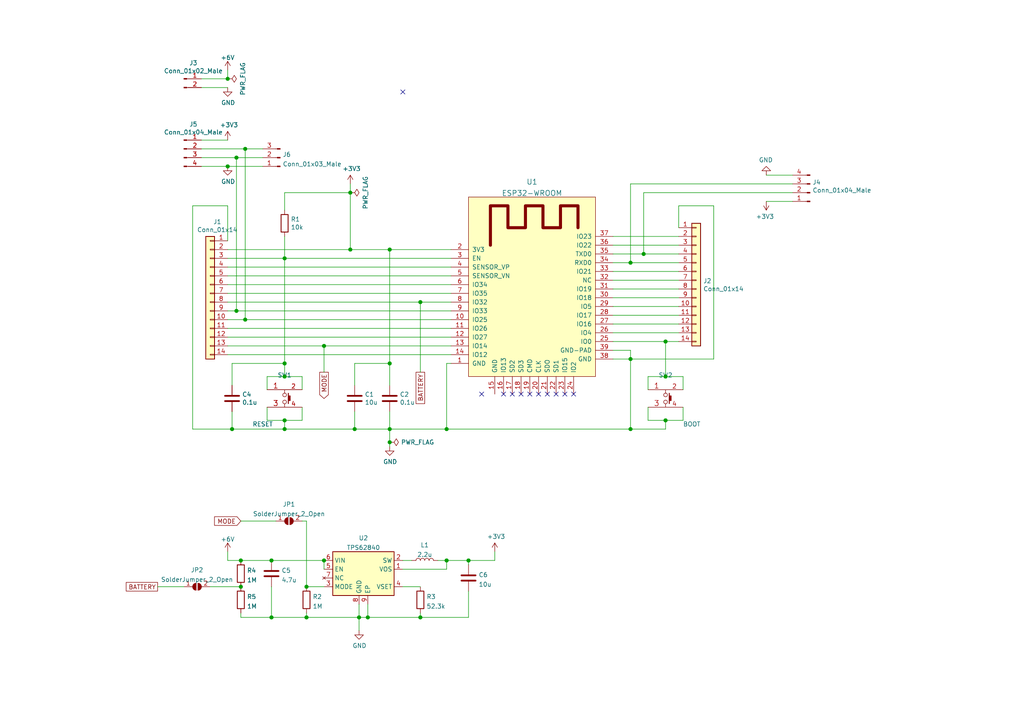
<source format=kicad_sch>
(kicad_sch (version 20210621) (generator eeschema)

  (uuid 38a7f28c-b1f3-4117-bd90-6b9b8f00980e)

  (paper "A4")

  (lib_symbols
    (symbol "AKIZUKI:SKRPACE010" (pin_names (offset 0.0254) hide) (in_bom yes) (on_board yes)
      (property "Reference" "SW" (id 0) (at 0 6.35 0)
        (effects (font (size 1.27 1.27)))
      )
      (property "Value" "SKRPACE010" (id 1) (at 1.27 -5.08 0)
        (effects (font (size 1.27 1.27)))
      )
      (property "Footprint" "" (id 2) (at -1.27 -1.27 90)
        (effects (font (size 1.524 1.524)))
      )
      (property "Datasheet" "" (id 3) (at -1.27 -1.27 90)
        (effects (font (size 1.524 1.524)))
      )
      (property "ki_fp_filters" "SKRPACE010 TSHA-T-2.5B2-19E DTS-6-V" (id 4) (at 0 0 0)
        (effects (font (size 1.27 1.27)) hide)
      )
      (symbol "SKRPACE010_0_1"
        (circle (center 0 -1.016) (radius 0.5334) (stroke (width 0)) (fill (type none)))
        (circle (center 0 1.016) (radius 0.5334) (stroke (width 0)) (fill (type none)))
        (rectangle (start 1.143 0.762) (end 1.651 -0.635)
          (stroke (width 0)) (fill (type outline))
        )
        (polyline
          (pts
            (xy 0 -1.524)
            (xy 0 -2.54)
          )
          (stroke (width 0)) (fill (type none))
        )
        (polyline
          (pts
            (xy 0 2.54)
            (xy 0 1.524)
          )
          (stroke (width 0)) (fill (type none))
        )
        (polyline
          (pts
            (xy 1.016 1.524)
            (xy 1.016 -1.524)
            (xy 1.143 -1.524)
            (xy 1.143 1.524)
            (xy 1.016 1.524)
          )
          (stroke (width 0)) (fill (type none))
        )
      )
      (symbol "SKRPACE010_1_1"
        (pin passive line (at -5.08 2.54 0) (length 5.0038)
          (name "1" (effects (font (size 1.524 1.524))))
          (number "1" (effects (font (size 1.524 1.524))))
        )
        (pin passive line (at 5.08 2.54 180) (length 5.0038)
          (name "2" (effects (font (size 1.27 1.27))))
          (number "2" (effects (font (size 1.27 1.27))))
        )
        (pin passive line (at -5.08 -2.54 0) (length 5.0038)
          (name "3" (effects (font (size 1.524 1.524))))
          (number "3" (effects (font (size 1.524 1.524))))
        )
        (pin passive line (at 5.08 -2.54 180) (length 5.0038)
          (name "4" (effects (font (size 1.27 1.27))))
          (number "4" (effects (font (size 1.27 1.27))))
        )
      )
    )
    (symbol "Connector:Conn_01x02_Male" (pin_names (offset 1.016) hide) (in_bom yes) (on_board yes)
      (property "Reference" "J" (id 0) (at 0 2.54 0)
        (effects (font (size 1.27 1.27)))
      )
      (property "Value" "Conn_01x02_Male" (id 1) (at 0 -5.08 0)
        (effects (font (size 1.27 1.27)))
      )
      (property "Footprint" "" (id 2) (at 0 0 0)
        (effects (font (size 1.27 1.27)) hide)
      )
      (property "Datasheet" "~" (id 3) (at 0 0 0)
        (effects (font (size 1.27 1.27)) hide)
      )
      (property "ki_keywords" "connector" (id 4) (at 0 0 0)
        (effects (font (size 1.27 1.27)) hide)
      )
      (property "ki_description" "Generic connector, single row, 01x02, script generated (kicad-library-utils/schlib/autogen/connector/)" (id 5) (at 0 0 0)
        (effects (font (size 1.27 1.27)) hide)
      )
      (property "ki_fp_filters" "Connector*:*_1x??_*" (id 6) (at 0 0 0)
        (effects (font (size 1.27 1.27)) hide)
      )
      (symbol "Conn_01x02_Male_1_1"
        (rectangle (start 0.8636 -2.413) (end 0 -2.667)
          (stroke (width 0.1524)) (fill (type outline))
        )
        (rectangle (start 0.8636 0.127) (end 0 -0.127)
          (stroke (width 0.1524)) (fill (type outline))
        )
        (polyline
          (pts
            (xy 1.27 -2.54)
            (xy 0.8636 -2.54)
          )
          (stroke (width 0.1524)) (fill (type none))
        )
        (polyline
          (pts
            (xy 1.27 0)
            (xy 0.8636 0)
          )
          (stroke (width 0.1524)) (fill (type none))
        )
        (pin passive line (at 5.08 0 180) (length 3.81)
          (name "Pin_1" (effects (font (size 1.27 1.27))))
          (number "1" (effects (font (size 1.27 1.27))))
        )
        (pin passive line (at 5.08 -2.54 180) (length 3.81)
          (name "Pin_2" (effects (font (size 1.27 1.27))))
          (number "2" (effects (font (size 1.27 1.27))))
        )
      )
    )
    (symbol "Connector:Conn_01x03_Male" (pin_names (offset 1.016) hide) (in_bom yes) (on_board yes)
      (property "Reference" "J" (id 0) (at 0 5.08 0)
        (effects (font (size 1.27 1.27)))
      )
      (property "Value" "Conn_01x03_Male" (id 1) (at 0 -5.08 0)
        (effects (font (size 1.27 1.27)))
      )
      (property "Footprint" "" (id 2) (at 0 0 0)
        (effects (font (size 1.27 1.27)) hide)
      )
      (property "Datasheet" "~" (id 3) (at 0 0 0)
        (effects (font (size 1.27 1.27)) hide)
      )
      (property "ki_keywords" "connector" (id 4) (at 0 0 0)
        (effects (font (size 1.27 1.27)) hide)
      )
      (property "ki_description" "Generic connector, single row, 01x03, script generated (kicad-library-utils/schlib/autogen/connector/)" (id 5) (at 0 0 0)
        (effects (font (size 1.27 1.27)) hide)
      )
      (property "ki_fp_filters" "Connector*:*_1x??_*" (id 6) (at 0 0 0)
        (effects (font (size 1.27 1.27)) hide)
      )
      (symbol "Conn_01x03_Male_1_1"
        (rectangle (start 0.8636 -2.413) (end 0 -2.667)
          (stroke (width 0.1524)) (fill (type outline))
        )
        (rectangle (start 0.8636 0.127) (end 0 -0.127)
          (stroke (width 0.1524)) (fill (type outline))
        )
        (rectangle (start 0.8636 2.667) (end 0 2.413)
          (stroke (width 0.1524)) (fill (type outline))
        )
        (polyline
          (pts
            (xy 1.27 -2.54)
            (xy 0.8636 -2.54)
          )
          (stroke (width 0.1524)) (fill (type none))
        )
        (polyline
          (pts
            (xy 1.27 0)
            (xy 0.8636 0)
          )
          (stroke (width 0.1524)) (fill (type none))
        )
        (polyline
          (pts
            (xy 1.27 2.54)
            (xy 0.8636 2.54)
          )
          (stroke (width 0.1524)) (fill (type none))
        )
        (pin passive line (at 5.08 2.54 180) (length 3.81)
          (name "Pin_1" (effects (font (size 1.27 1.27))))
          (number "1" (effects (font (size 1.27 1.27))))
        )
        (pin passive line (at 5.08 0 180) (length 3.81)
          (name "Pin_2" (effects (font (size 1.27 1.27))))
          (number "2" (effects (font (size 1.27 1.27))))
        )
        (pin passive line (at 5.08 -2.54 180) (length 3.81)
          (name "Pin_3" (effects (font (size 1.27 1.27))))
          (number "3" (effects (font (size 1.27 1.27))))
        )
      )
    )
    (symbol "Connector:Conn_01x04_Male" (pin_names (offset 1.016) hide) (in_bom yes) (on_board yes)
      (property "Reference" "J" (id 0) (at 0 5.08 0)
        (effects (font (size 1.27 1.27)))
      )
      (property "Value" "Conn_01x04_Male" (id 1) (at 0 -7.62 0)
        (effects (font (size 1.27 1.27)))
      )
      (property "Footprint" "" (id 2) (at 0 0 0)
        (effects (font (size 1.27 1.27)) hide)
      )
      (property "Datasheet" "~" (id 3) (at 0 0 0)
        (effects (font (size 1.27 1.27)) hide)
      )
      (property "ki_keywords" "connector" (id 4) (at 0 0 0)
        (effects (font (size 1.27 1.27)) hide)
      )
      (property "ki_description" "Generic connector, single row, 01x04, script generated (kicad-library-utils/schlib/autogen/connector/)" (id 5) (at 0 0 0)
        (effects (font (size 1.27 1.27)) hide)
      )
      (property "ki_fp_filters" "Connector*:*_1x??_*" (id 6) (at 0 0 0)
        (effects (font (size 1.27 1.27)) hide)
      )
      (symbol "Conn_01x04_Male_1_1"
        (rectangle (start 0.8636 -4.953) (end 0 -5.207)
          (stroke (width 0.1524)) (fill (type outline))
        )
        (rectangle (start 0.8636 -2.413) (end 0 -2.667)
          (stroke (width 0.1524)) (fill (type outline))
        )
        (rectangle (start 0.8636 0.127) (end 0 -0.127)
          (stroke (width 0.1524)) (fill (type outline))
        )
        (rectangle (start 0.8636 2.667) (end 0 2.413)
          (stroke (width 0.1524)) (fill (type outline))
        )
        (polyline
          (pts
            (xy 1.27 -5.08)
            (xy 0.8636 -5.08)
          )
          (stroke (width 0.1524)) (fill (type none))
        )
        (polyline
          (pts
            (xy 1.27 -2.54)
            (xy 0.8636 -2.54)
          )
          (stroke (width 0.1524)) (fill (type none))
        )
        (polyline
          (pts
            (xy 1.27 0)
            (xy 0.8636 0)
          )
          (stroke (width 0.1524)) (fill (type none))
        )
        (polyline
          (pts
            (xy 1.27 2.54)
            (xy 0.8636 2.54)
          )
          (stroke (width 0.1524)) (fill (type none))
        )
        (pin passive line (at 5.08 2.54 180) (length 3.81)
          (name "Pin_1" (effects (font (size 1.27 1.27))))
          (number "1" (effects (font (size 1.27 1.27))))
        )
        (pin passive line (at 5.08 0 180) (length 3.81)
          (name "Pin_2" (effects (font (size 1.27 1.27))))
          (number "2" (effects (font (size 1.27 1.27))))
        )
        (pin passive line (at 5.08 -2.54 180) (length 3.81)
          (name "Pin_3" (effects (font (size 1.27 1.27))))
          (number "3" (effects (font (size 1.27 1.27))))
        )
        (pin passive line (at 5.08 -5.08 180) (length 3.81)
          (name "Pin_4" (effects (font (size 1.27 1.27))))
          (number "4" (effects (font (size 1.27 1.27))))
        )
      )
    )
    (symbol "Connector_Generic:Conn_01x14" (pin_names (offset 1.016) hide) (in_bom yes) (on_board yes)
      (property "Reference" "J" (id 0) (at 0 17.78 0)
        (effects (font (size 1.27 1.27)))
      )
      (property "Value" "Conn_01x14" (id 1) (at 0 -20.32 0)
        (effects (font (size 1.27 1.27)))
      )
      (property "Footprint" "" (id 2) (at 0 0 0)
        (effects (font (size 1.27 1.27)) hide)
      )
      (property "Datasheet" "~" (id 3) (at 0 0 0)
        (effects (font (size 1.27 1.27)) hide)
      )
      (property "ki_keywords" "connector" (id 4) (at 0 0 0)
        (effects (font (size 1.27 1.27)) hide)
      )
      (property "ki_description" "Generic connector, single row, 01x14, script generated (kicad-library-utils/schlib/autogen/connector/)" (id 5) (at 0 0 0)
        (effects (font (size 1.27 1.27)) hide)
      )
      (property "ki_fp_filters" "Connector*:*_1x??_*" (id 6) (at 0 0 0)
        (effects (font (size 1.27 1.27)) hide)
      )
      (symbol "Conn_01x14_1_1"
        (rectangle (start -1.27 -17.653) (end 0 -17.907)
          (stroke (width 0.1524)) (fill (type none))
        )
        (rectangle (start -1.27 -15.113) (end 0 -15.367)
          (stroke (width 0.1524)) (fill (type none))
        )
        (rectangle (start -1.27 -12.573) (end 0 -12.827)
          (stroke (width 0.1524)) (fill (type none))
        )
        (rectangle (start -1.27 -10.033) (end 0 -10.287)
          (stroke (width 0.1524)) (fill (type none))
        )
        (rectangle (start -1.27 -7.493) (end 0 -7.747)
          (stroke (width 0.1524)) (fill (type none))
        )
        (rectangle (start -1.27 -4.953) (end 0 -5.207)
          (stroke (width 0.1524)) (fill (type none))
        )
        (rectangle (start -1.27 -2.413) (end 0 -2.667)
          (stroke (width 0.1524)) (fill (type none))
        )
        (rectangle (start -1.27 0.127) (end 0 -0.127)
          (stroke (width 0.1524)) (fill (type none))
        )
        (rectangle (start -1.27 2.667) (end 0 2.413)
          (stroke (width 0.1524)) (fill (type none))
        )
        (rectangle (start -1.27 5.207) (end 0 4.953)
          (stroke (width 0.1524)) (fill (type none))
        )
        (rectangle (start -1.27 7.747) (end 0 7.493)
          (stroke (width 0.1524)) (fill (type none))
        )
        (rectangle (start -1.27 10.287) (end 0 10.033)
          (stroke (width 0.1524)) (fill (type none))
        )
        (rectangle (start -1.27 12.827) (end 0 12.573)
          (stroke (width 0.1524)) (fill (type none))
        )
        (rectangle (start -1.27 15.367) (end 0 15.113)
          (stroke (width 0.1524)) (fill (type none))
        )
        (rectangle (start -1.27 16.51) (end 1.27 -19.05)
          (stroke (width 0.254)) (fill (type background))
        )
        (pin passive line (at -5.08 15.24 0) (length 3.81)
          (name "Pin_1" (effects (font (size 1.27 1.27))))
          (number "1" (effects (font (size 1.27 1.27))))
        )
        (pin passive line (at -5.08 -7.62 0) (length 3.81)
          (name "Pin_10" (effects (font (size 1.27 1.27))))
          (number "10" (effects (font (size 1.27 1.27))))
        )
        (pin passive line (at -5.08 -10.16 0) (length 3.81)
          (name "Pin_11" (effects (font (size 1.27 1.27))))
          (number "11" (effects (font (size 1.27 1.27))))
        )
        (pin passive line (at -5.08 -12.7 0) (length 3.81)
          (name "Pin_12" (effects (font (size 1.27 1.27))))
          (number "12" (effects (font (size 1.27 1.27))))
        )
        (pin passive line (at -5.08 -15.24 0) (length 3.81)
          (name "Pin_13" (effects (font (size 1.27 1.27))))
          (number "13" (effects (font (size 1.27 1.27))))
        )
        (pin passive line (at -5.08 -17.78 0) (length 3.81)
          (name "Pin_14" (effects (font (size 1.27 1.27))))
          (number "14" (effects (font (size 1.27 1.27))))
        )
        (pin passive line (at -5.08 12.7 0) (length 3.81)
          (name "Pin_2" (effects (font (size 1.27 1.27))))
          (number "2" (effects (font (size 1.27 1.27))))
        )
        (pin passive line (at -5.08 10.16 0) (length 3.81)
          (name "Pin_3" (effects (font (size 1.27 1.27))))
          (number "3" (effects (font (size 1.27 1.27))))
        )
        (pin passive line (at -5.08 7.62 0) (length 3.81)
          (name "Pin_4" (effects (font (size 1.27 1.27))))
          (number "4" (effects (font (size 1.27 1.27))))
        )
        (pin passive line (at -5.08 5.08 0) (length 3.81)
          (name "Pin_5" (effects (font (size 1.27 1.27))))
          (number "5" (effects (font (size 1.27 1.27))))
        )
        (pin passive line (at -5.08 2.54 0) (length 3.81)
          (name "Pin_6" (effects (font (size 1.27 1.27))))
          (number "6" (effects (font (size 1.27 1.27))))
        )
        (pin passive line (at -5.08 0 0) (length 3.81)
          (name "Pin_7" (effects (font (size 1.27 1.27))))
          (number "7" (effects (font (size 1.27 1.27))))
        )
        (pin passive line (at -5.08 -2.54 0) (length 3.81)
          (name "Pin_8" (effects (font (size 1.27 1.27))))
          (number "8" (effects (font (size 1.27 1.27))))
        )
        (pin passive line (at -5.08 -5.08 0) (length 3.81)
          (name "Pin_9" (effects (font (size 1.27 1.27))))
          (number "9" (effects (font (size 1.27 1.27))))
        )
      )
    )
    (symbol "Device:C" (pin_numbers hide) (pin_names (offset 0.254)) (in_bom yes) (on_board yes)
      (property "Reference" "C" (id 0) (at 0.635 2.54 0)
        (effects (font (size 1.27 1.27)) (justify left))
      )
      (property "Value" "C" (id 1) (at 0.635 -2.54 0)
        (effects (font (size 1.27 1.27)) (justify left))
      )
      (property "Footprint" "" (id 2) (at 0.9652 -3.81 0)
        (effects (font (size 1.27 1.27)) hide)
      )
      (property "Datasheet" "~" (id 3) (at 0 0 0)
        (effects (font (size 1.27 1.27)) hide)
      )
      (property "ki_keywords" "cap capacitor" (id 4) (at 0 0 0)
        (effects (font (size 1.27 1.27)) hide)
      )
      (property "ki_description" "Unpolarized capacitor" (id 5) (at 0 0 0)
        (effects (font (size 1.27 1.27)) hide)
      )
      (property "ki_fp_filters" "C_*" (id 6) (at 0 0 0)
        (effects (font (size 1.27 1.27)) hide)
      )
      (symbol "C_0_1"
        (polyline
          (pts
            (xy -2.032 -0.762)
            (xy 2.032 -0.762)
          )
          (stroke (width 0.508)) (fill (type none))
        )
        (polyline
          (pts
            (xy -2.032 0.762)
            (xy 2.032 0.762)
          )
          (stroke (width 0.508)) (fill (type none))
        )
      )
      (symbol "C_1_1"
        (pin passive line (at 0 3.81 270) (length 2.794)
          (name "~" (effects (font (size 1.27 1.27))))
          (number "1" (effects (font (size 1.27 1.27))))
        )
        (pin passive line (at 0 -3.81 90) (length 2.794)
          (name "~" (effects (font (size 1.27 1.27))))
          (number "2" (effects (font (size 1.27 1.27))))
        )
      )
    )
    (symbol "Device:L" (pin_numbers hide) (pin_names (offset 1.016) hide) (in_bom yes) (on_board yes)
      (property "Reference" "L" (id 0) (at -1.27 0 90)
        (effects (font (size 1.27 1.27)))
      )
      (property "Value" "L" (id 1) (at 1.905 0 90)
        (effects (font (size 1.27 1.27)))
      )
      (property "Footprint" "" (id 2) (at 0 0 0)
        (effects (font (size 1.27 1.27)) hide)
      )
      (property "Datasheet" "~" (id 3) (at 0 0 0)
        (effects (font (size 1.27 1.27)) hide)
      )
      (property "ki_keywords" "inductor choke coil reactor magnetic" (id 4) (at 0 0 0)
        (effects (font (size 1.27 1.27)) hide)
      )
      (property "ki_description" "Inductor" (id 5) (at 0 0 0)
        (effects (font (size 1.27 1.27)) hide)
      )
      (property "ki_fp_filters" "Choke_* *Coil* Inductor_* L_*" (id 6) (at 0 0 0)
        (effects (font (size 1.27 1.27)) hide)
      )
      (symbol "L_0_1"
        (arc (start 0 -2.54) (end 0 -1.27) (radius (at 0 -1.905) (length 0.635) (angles -89.9 89.9))
          (stroke (width 0)) (fill (type none))
        )
        (arc (start 0 -1.27) (end 0 0) (radius (at 0 -0.635) (length 0.635) (angles -89.9 89.9))
          (stroke (width 0)) (fill (type none))
        )
        (arc (start 0 0) (end 0 1.27) (radius (at 0 0.635) (length 0.635) (angles -89.9 89.9))
          (stroke (width 0)) (fill (type none))
        )
        (arc (start 0 1.27) (end 0 2.54) (radius (at 0 1.905) (length 0.635) (angles -89.9 89.9))
          (stroke (width 0)) (fill (type none))
        )
      )
      (symbol "L_1_1"
        (pin passive line (at 0 3.81 270) (length 1.27)
          (name "1" (effects (font (size 1.27 1.27))))
          (number "1" (effects (font (size 1.27 1.27))))
        )
        (pin passive line (at 0 -3.81 90) (length 1.27)
          (name "2" (effects (font (size 1.27 1.27))))
          (number "2" (effects (font (size 1.27 1.27))))
        )
      )
    )
    (symbol "Device:R" (pin_numbers hide) (pin_names (offset 0)) (in_bom yes) (on_board yes)
      (property "Reference" "R" (id 0) (at 2.032 0 90)
        (effects (font (size 1.27 1.27)))
      )
      (property "Value" "R" (id 1) (at 0 0 90)
        (effects (font (size 1.27 1.27)))
      )
      (property "Footprint" "" (id 2) (at -1.778 0 90)
        (effects (font (size 1.27 1.27)) hide)
      )
      (property "Datasheet" "~" (id 3) (at 0 0 0)
        (effects (font (size 1.27 1.27)) hide)
      )
      (property "ki_keywords" "R res resistor" (id 4) (at 0 0 0)
        (effects (font (size 1.27 1.27)) hide)
      )
      (property "ki_description" "Resistor" (id 5) (at 0 0 0)
        (effects (font (size 1.27 1.27)) hide)
      )
      (property "ki_fp_filters" "R_*" (id 6) (at 0 0 0)
        (effects (font (size 1.27 1.27)) hide)
      )
      (symbol "R_0_1"
        (rectangle (start -1.016 -2.54) (end 1.016 2.54)
          (stroke (width 0.254)) (fill (type none))
        )
      )
      (symbol "R_1_1"
        (pin passive line (at 0 3.81 270) (length 1.27)
          (name "~" (effects (font (size 1.27 1.27))))
          (number "1" (effects (font (size 1.27 1.27))))
        )
        (pin passive line (at 0 -3.81 90) (length 1.27)
          (name "~" (effects (font (size 1.27 1.27))))
          (number "2" (effects (font (size 1.27 1.27))))
        )
      )
    )
    (symbol "ESP32:ESP32-WROOM" (pin_names (offset 1.016)) (in_bom yes) (on_board yes)
      (property "Reference" "U" (id 0) (at -17.78 31.75 0)
        (effects (font (size 1.524 1.524)))
      )
      (property "Value" "ESP32-WROOM" (id 1) (at 12.7 31.75 0)
        (effects (font (size 1.524 1.524)))
      )
      (property "Footprint" "ESP32-footprints-Lib:ESP32-WROOM" (id 2) (at 8.89 34.29 0)
        (effects (font (size 1.524 1.524)) hide)
      )
      (property "Datasheet" "" (id 3) (at -11.43 11.43 0)
        (effects (font (size 1.524 1.524)) hide)
      )
      (symbol "ESP32-WROOM_0_1"
        (rectangle (start -19.05 30.48) (end 17.78 -21.59)
          (stroke (width 0)) (fill (type background))
        )
        (polyline
          (pts
            (xy -12.7 16.51)
            (xy -12.7 27.94)
            (xy -7.62 27.94)
            (xy -7.62 21.59)
            (xy -2.54 21.59)
            (xy -2.54 27.94)
            (xy 2.54 27.94)
            (xy 2.54 21.59)
            (xy 7.62 21.59)
            (xy 7.62 27.94)
            (xy 12.7 27.94)
            (xy 12.7 21.59)
          )
          (stroke (width 0.889)) (fill (type none))
        )
      )
      (symbol "ESP32-WROOM_1_1"
        (pin input line (at -24.13 -17.78 0) (length 5.08)
          (name "GND" (effects (font (size 1.27 1.27))))
          (number "1" (effects (font (size 1.27 1.27))))
        )
        (pin input line (at -24.13 -5.08 0) (length 5.08)
          (name "IO25" (effects (font (size 1.27 1.27))))
          (number "10" (effects (font (size 1.27 1.27))))
        )
        (pin input line (at -24.13 -7.62 0) (length 5.08)
          (name "IO26" (effects (font (size 1.27 1.27))))
          (number "11" (effects (font (size 1.27 1.27))))
        )
        (pin input line (at -24.13 -10.16 0) (length 5.08)
          (name "IO27" (effects (font (size 1.27 1.27))))
          (number "12" (effects (font (size 1.27 1.27))))
        )
        (pin input line (at -24.13 -12.7 0) (length 5.08)
          (name "IO14" (effects (font (size 1.27 1.27))))
          (number "13" (effects (font (size 1.27 1.27))))
        )
        (pin input line (at -24.13 -15.24 0) (length 5.08)
          (name "IO12" (effects (font (size 1.27 1.27))))
          (number "14" (effects (font (size 1.27 1.27))))
        )
        (pin input line (at -11.43 -26.67 90) (length 5.08)
          (name "GND" (effects (font (size 1.27 1.27))))
          (number "15" (effects (font (size 1.27 1.27))))
        )
        (pin input line (at -8.89 -26.67 90) (length 5.08)
          (name "IO13" (effects (font (size 1.27 1.27))))
          (number "16" (effects (font (size 1.27 1.27))))
        )
        (pin input line (at -6.35 -26.67 90) (length 5.08)
          (name "SD2" (effects (font (size 1.27 1.27))))
          (number "17" (effects (font (size 1.27 1.27))))
        )
        (pin input line (at -3.81 -26.67 90) (length 5.08)
          (name "SD3" (effects (font (size 1.27 1.27))))
          (number "18" (effects (font (size 1.27 1.27))))
        )
        (pin input line (at -1.27 -26.67 90) (length 5.08)
          (name "CMD" (effects (font (size 1.27 1.27))))
          (number "19" (effects (font (size 1.27 1.27))))
        )
        (pin input line (at -24.13 15.24 0) (length 5.08)
          (name "3V3" (effects (font (size 1.27 1.27))))
          (number "2" (effects (font (size 1.27 1.27))))
        )
        (pin input line (at 1.27 -26.67 90) (length 5.08)
          (name "CLK" (effects (font (size 1.27 1.27))))
          (number "20" (effects (font (size 1.27 1.27))))
        )
        (pin input line (at 3.81 -26.67 90) (length 5.08)
          (name "SDO" (effects (font (size 1.27 1.27))))
          (number "21" (effects (font (size 1.27 1.27))))
        )
        (pin input line (at 6.35 -26.67 90) (length 5.08)
          (name "SD1" (effects (font (size 1.27 1.27))))
          (number "22" (effects (font (size 1.27 1.27))))
        )
        (pin input line (at 8.89 -26.67 90) (length 5.08)
          (name "IO15" (effects (font (size 1.27 1.27))))
          (number "23" (effects (font (size 1.27 1.27))))
        )
        (pin input line (at 11.43 -26.67 90) (length 5.08)
          (name "IO2" (effects (font (size 1.27 1.27))))
          (number "24" (effects (font (size 1.27 1.27))))
        )
        (pin input line (at 22.86 -11.43 180) (length 5.08)
          (name "IO0" (effects (font (size 1.27 1.27))))
          (number "25" (effects (font (size 1.27 1.27))))
        )
        (pin input line (at 22.86 -8.89 180) (length 5.08)
          (name "IO4" (effects (font (size 1.27 1.27))))
          (number "26" (effects (font (size 1.27 1.27))))
        )
        (pin input line (at 22.86 -6.35 180) (length 5.08)
          (name "IO16" (effects (font (size 1.27 1.27))))
          (number "27" (effects (font (size 1.27 1.27))))
        )
        (pin input line (at 22.86 -3.81 180) (length 5.08)
          (name "IO17" (effects (font (size 1.27 1.27))))
          (number "28" (effects (font (size 1.27 1.27))))
        )
        (pin input line (at 22.86 -1.27 180) (length 5.08)
          (name "IO5" (effects (font (size 1.27 1.27))))
          (number "29" (effects (font (size 1.27 1.27))))
        )
        (pin input line (at -24.13 12.7 0) (length 5.08)
          (name "EN" (effects (font (size 1.27 1.27))))
          (number "3" (effects (font (size 1.27 1.27))))
        )
        (pin input line (at 22.86 1.27 180) (length 5.08)
          (name "IO18" (effects (font (size 1.27 1.27))))
          (number "30" (effects (font (size 1.27 1.27))))
        )
        (pin input line (at 22.86 3.81 180) (length 5.08)
          (name "IO19" (effects (font (size 1.27 1.27))))
          (number "31" (effects (font (size 1.27 1.27))))
        )
        (pin input line (at 22.86 6.35 180) (length 5.08)
          (name "NC" (effects (font (size 1.27 1.27))))
          (number "32" (effects (font (size 1.27 1.27))))
        )
        (pin input line (at 22.86 8.89 180) (length 5.08)
          (name "IO21" (effects (font (size 1.27 1.27))))
          (number "33" (effects (font (size 1.27 1.27))))
        )
        (pin input line (at 22.86 11.43 180) (length 5.08)
          (name "RXD0" (effects (font (size 1.27 1.27))))
          (number "34" (effects (font (size 1.27 1.27))))
        )
        (pin input line (at 22.86 13.97 180) (length 5.08)
          (name "TXD0" (effects (font (size 1.27 1.27))))
          (number "35" (effects (font (size 1.27 1.27))))
        )
        (pin input line (at 22.86 16.51 180) (length 5.08)
          (name "IO22" (effects (font (size 1.27 1.27))))
          (number "36" (effects (font (size 1.27 1.27))))
        )
        (pin input line (at 22.86 19.05 180) (length 5.08)
          (name "IO23" (effects (font (size 1.27 1.27))))
          (number "37" (effects (font (size 1.27 1.27))))
        )
        (pin input line (at 22.86 -16.51 180) (length 5.08)
          (name "GND" (effects (font (size 1.27 1.27))))
          (number "38" (effects (font (size 1.27 1.27))))
        )
        (pin input line (at 22.86 -13.97 180) (length 5.08)
          (name "GND-PAD" (effects (font (size 1.27 1.27))))
          (number "39" (effects (font (size 1.27 1.27))))
        )
        (pin input line (at -24.13 10.16 0) (length 5.08)
          (name "SENSOR_VP" (effects (font (size 1.27 1.27))))
          (number "4" (effects (font (size 1.27 1.27))))
        )
        (pin input line (at -24.13 7.62 0) (length 5.08)
          (name "SENSOR_VN" (effects (font (size 1.27 1.27))))
          (number "5" (effects (font (size 1.27 1.27))))
        )
        (pin input line (at -24.13 5.08 0) (length 5.08)
          (name "IO34" (effects (font (size 1.27 1.27))))
          (number "6" (effects (font (size 1.27 1.27))))
        )
        (pin input line (at -24.13 2.54 0) (length 5.08)
          (name "IO35" (effects (font (size 1.27 1.27))))
          (number "7" (effects (font (size 1.27 1.27))))
        )
        (pin input line (at -24.13 0 0) (length 5.08)
          (name "IO32" (effects (font (size 1.27 1.27))))
          (number "8" (effects (font (size 1.27 1.27))))
        )
        (pin input line (at -24.13 -2.54 0) (length 5.08)
          (name "IO33" (effects (font (size 1.27 1.27))))
          (number "9" (effects (font (size 1.27 1.27))))
        )
      )
    )
    (symbol "Jumper:SolderJumper_2_Open" (pin_names (offset 0) hide) (in_bom yes) (on_board yes)
      (property "Reference" "JP" (id 0) (at 0 2.032 0)
        (effects (font (size 1.27 1.27)))
      )
      (property "Value" "SolderJumper_2_Open" (id 1) (at 0 -2.54 0)
        (effects (font (size 1.27 1.27)))
      )
      (property "Footprint" "" (id 2) (at 0 0 0)
        (effects (font (size 1.27 1.27)) hide)
      )
      (property "Datasheet" "~" (id 3) (at 0 0 0)
        (effects (font (size 1.27 1.27)) hide)
      )
      (property "ki_keywords" "solder jumper SPST" (id 4) (at 0 0 0)
        (effects (font (size 1.27 1.27)) hide)
      )
      (property "ki_description" "Solder Jumper, 2-pole, open" (id 5) (at 0 0 0)
        (effects (font (size 1.27 1.27)) hide)
      )
      (property "ki_fp_filters" "SolderJumper*Open*" (id 6) (at 0 0 0)
        (effects (font (size 1.27 1.27)) hide)
      )
      (symbol "SolderJumper_2_Open_0_1"
        (arc (start -0.254 1.016) (end -0.254 -1.016) (radius (at -0.254 0) (length 1.016) (angles 90.1 -90.1))
          (stroke (width 0)) (fill (type none))
        )
        (arc (start 0.254 -1.016) (end 0.254 1.016) (radius (at 0.254 0) (length 1.016) (angles -89.9 89.9))
          (stroke (width 0)) (fill (type none))
        )
        (arc (start -0.254 1.016) (end -0.254 -1.016) (radius (at -0.254 0) (length 1.016) (angles 90.1 -90.1))
          (stroke (width 0)) (fill (type outline))
        )
        (arc (start 0.254 -1.016) (end 0.254 1.016) (radius (at 0.254 0) (length 1.016) (angles -89.9 89.9))
          (stroke (width 0)) (fill (type outline))
        )
        (polyline
          (pts
            (xy -0.254 1.016)
            (xy -0.254 -1.016)
          )
          (stroke (width 0)) (fill (type none))
        )
        (polyline
          (pts
            (xy 0.254 1.016)
            (xy 0.254 -1.016)
          )
          (stroke (width 0)) (fill (type none))
        )
      )
      (symbol "SolderJumper_2_Open_1_1"
        (pin passive line (at -3.81 0 0) (length 2.54)
          (name "A" (effects (font (size 1.27 1.27))))
          (number "1" (effects (font (size 1.27 1.27))))
        )
        (pin passive line (at 3.81 0 180) (length 2.54)
          (name "B" (effects (font (size 1.27 1.27))))
          (number "2" (effects (font (size 1.27 1.27))))
        )
      )
    )
    (symbol "Local:TPS62840" (in_bom yes) (on_board yes)
      (property "Reference" "U" (id 0) (at -7.62 6.35 0)
        (effects (font (size 1.27 1.27)) (justify left))
      )
      (property "Value" "TPS62840" (id 1) (at -2.54 6.35 0)
        (effects (font (size 1.27 1.27)) (justify left))
      )
      (property "Footprint" "" (id 2) (at 1.27 -8.89 0)
        (effects (font (size 1.27 1.27)) (justify left) hide)
      )
      (property "Datasheet" "https://www.ti.com/lit/ds/symlink/tps62840.pdf" (id 3) (at 5.08 10.16 0)
        (effects (font (size 1.27 1.27)) hide)
      )
      (property "ki_keywords" "switching buck converter power-supply voltage regulator emi spread spectrum" (id 4) (at 0 0 0)
        (effects (font (size 1.27 1.27)) hide)
      )
      (property "ki_description" "3A, 4.5 to 28V Input, EMI Friendly integrated switch synchronous step-down regulator, pulse-skipping, SOT-23-6" (id 5) (at 0 0 0)
        (effects (font (size 1.27 1.27)) hide)
      )
      (property "ki_fp_filters" "SOT?23*" (id 6) (at 0 0 0)
        (effects (font (size 1.27 1.27)) hide)
      )
      (symbol "TPS62840_0_1"
        (rectangle (start -8.89 5.08) (end 8.89 -7.62)
          (stroke (width 0.254)) (fill (type background))
        )
      )
      (symbol "TPS62840_1_1"
        (pin input line (at 11.43 0 180) (length 2.54)
          (name "VOS" (effects (font (size 1.27 1.27))))
          (number "1" (effects (font (size 1.27 1.27))))
        )
        (pin power_out line (at 11.43 2.54 180) (length 2.54)
          (name "SW" (effects (font (size 1.27 1.27))))
          (number "2" (effects (font (size 1.27 1.27))))
        )
        (pin input line (at -11.43 -5.08 0) (length 2.54)
          (name "MODE" (effects (font (size 1.27 1.27))))
          (number "3" (effects (font (size 1.27 1.27))))
        )
        (pin input line (at 11.43 -5.08 180) (length 2.54)
          (name "VSET" (effects (font (size 1.27 1.27))))
          (number "4" (effects (font (size 1.27 1.27))))
        )
        (pin input line (at -11.43 0 0) (length 2.54)
          (name "EN" (effects (font (size 1.27 1.27))))
          (number "5" (effects (font (size 1.27 1.27))))
        )
        (pin power_in line (at -11.43 2.54 0) (length 2.54)
          (name "VIN" (effects (font (size 1.27 1.27))))
          (number "6" (effects (font (size 1.27 1.27))))
        )
        (pin no_connect line (at -11.43 -2.54 0) (length 2.54)
          (name "NC" (effects (font (size 1.27 1.27))))
          (number "7" (effects (font (size 1.27 1.27))))
        )
        (pin power_in line (at -1.27 -10.16 90) (length 2.54)
          (name "GND" (effects (font (size 1.27 1.27))))
          (number "8" (effects (font (size 1.27 1.27))))
        )
        (pin power_in line (at 1.27 -10.16 90) (length 2.54)
          (name "EP" (effects (font (size 1.27 1.27))))
          (number "9" (effects (font (size 1.27 1.27))))
        )
      )
    )
    (symbol "power:+3.3V" (power) (pin_names (offset 0)) (in_bom yes) (on_board yes)
      (property "Reference" "#PWR" (id 0) (at 0 -3.81 0)
        (effects (font (size 1.27 1.27)) hide)
      )
      (property "Value" "+3.3V" (id 1) (at 0 3.556 0)
        (effects (font (size 1.27 1.27)))
      )
      (property "Footprint" "" (id 2) (at 0 0 0)
        (effects (font (size 1.27 1.27)) hide)
      )
      (property "Datasheet" "" (id 3) (at 0 0 0)
        (effects (font (size 1.27 1.27)) hide)
      )
      (property "ki_keywords" "power-flag" (id 4) (at 0 0 0)
        (effects (font (size 1.27 1.27)) hide)
      )
      (property "ki_description" "Power symbol creates a global label with name \"+3.3V\"" (id 5) (at 0 0 0)
        (effects (font (size 1.27 1.27)) hide)
      )
      (symbol "+3.3V_0_1"
        (polyline
          (pts
            (xy -0.762 1.27)
            (xy 0 2.54)
          )
          (stroke (width 0)) (fill (type none))
        )
        (polyline
          (pts
            (xy 0 0)
            (xy 0 2.54)
          )
          (stroke (width 0)) (fill (type none))
        )
        (polyline
          (pts
            (xy 0 2.54)
            (xy 0.762 1.27)
          )
          (stroke (width 0)) (fill (type none))
        )
      )
      (symbol "+3.3V_1_1"
        (pin power_in line (at 0 0 90) (length 0) hide
          (name "+3V3" (effects (font (size 1.27 1.27))))
          (number "1" (effects (font (size 1.27 1.27))))
        )
      )
    )
    (symbol "power:+6V" (power) (pin_names (offset 0)) (in_bom yes) (on_board yes)
      (property "Reference" "#PWR" (id 0) (at 0 -3.81 0)
        (effects (font (size 1.27 1.27)) hide)
      )
      (property "Value" "+6V" (id 1) (at 0 3.556 0)
        (effects (font (size 1.27 1.27)))
      )
      (property "Footprint" "" (id 2) (at 0 0 0)
        (effects (font (size 1.27 1.27)) hide)
      )
      (property "Datasheet" "" (id 3) (at 0 0 0)
        (effects (font (size 1.27 1.27)) hide)
      )
      (property "ki_keywords" "power-flag" (id 4) (at 0 0 0)
        (effects (font (size 1.27 1.27)) hide)
      )
      (property "ki_description" "Power symbol creates a global label with name \"+6V\"" (id 5) (at 0 0 0)
        (effects (font (size 1.27 1.27)) hide)
      )
      (symbol "+6V_0_1"
        (polyline
          (pts
            (xy -0.762 1.27)
            (xy 0 2.54)
          )
          (stroke (width 0)) (fill (type none))
        )
        (polyline
          (pts
            (xy 0 0)
            (xy 0 2.54)
          )
          (stroke (width 0)) (fill (type none))
        )
        (polyline
          (pts
            (xy 0 2.54)
            (xy 0.762 1.27)
          )
          (stroke (width 0)) (fill (type none))
        )
      )
      (symbol "+6V_1_1"
        (pin power_in line (at 0 0 90) (length 0) hide
          (name "+6V" (effects (font (size 1.27 1.27))))
          (number "1" (effects (font (size 1.27 1.27))))
        )
      )
    )
    (symbol "power:GND" (power) (pin_names (offset 0)) (in_bom yes) (on_board yes)
      (property "Reference" "#PWR" (id 0) (at 0 -6.35 0)
        (effects (font (size 1.27 1.27)) hide)
      )
      (property "Value" "GND" (id 1) (at 0 -3.81 0)
        (effects (font (size 1.27 1.27)))
      )
      (property "Footprint" "" (id 2) (at 0 0 0)
        (effects (font (size 1.27 1.27)) hide)
      )
      (property "Datasheet" "" (id 3) (at 0 0 0)
        (effects (font (size 1.27 1.27)) hide)
      )
      (property "ki_keywords" "power-flag" (id 4) (at 0 0 0)
        (effects (font (size 1.27 1.27)) hide)
      )
      (property "ki_description" "Power symbol creates a global label with name \"GND\" , ground" (id 5) (at 0 0 0)
        (effects (font (size 1.27 1.27)) hide)
      )
      (symbol "GND_0_1"
        (polyline
          (pts
            (xy 0 0)
            (xy 0 -1.27)
            (xy 1.27 -1.27)
            (xy 0 -2.54)
            (xy -1.27 -1.27)
            (xy 0 -1.27)
          )
          (stroke (width 0)) (fill (type none))
        )
      )
      (symbol "GND_1_1"
        (pin power_in line (at 0 0 270) (length 0) hide
          (name "GND" (effects (font (size 1.27 1.27))))
          (number "1" (effects (font (size 1.27 1.27))))
        )
      )
    )
    (symbol "power:PWR_FLAG" (power) (pin_numbers hide) (pin_names (offset 0) hide) (in_bom yes) (on_board yes)
      (property "Reference" "#FLG" (id 0) (at 0 1.905 0)
        (effects (font (size 1.27 1.27)) hide)
      )
      (property "Value" "PWR_FLAG" (id 1) (at 0 3.81 0)
        (effects (font (size 1.27 1.27)))
      )
      (property "Footprint" "" (id 2) (at 0 0 0)
        (effects (font (size 1.27 1.27)) hide)
      )
      (property "Datasheet" "~" (id 3) (at 0 0 0)
        (effects (font (size 1.27 1.27)) hide)
      )
      (property "ki_keywords" "power-flag" (id 4) (at 0 0 0)
        (effects (font (size 1.27 1.27)) hide)
      )
      (property "ki_description" "Special symbol for telling ERC where power comes from" (id 5) (at 0 0 0)
        (effects (font (size 1.27 1.27)) hide)
      )
      (symbol "PWR_FLAG_0_0"
        (pin power_out line (at 0 0 90) (length 0)
          (name "pwr" (effects (font (size 1.27 1.27))))
          (number "1" (effects (font (size 1.27 1.27))))
        )
      )
      (symbol "PWR_FLAG_0_1"
        (polyline
          (pts
            (xy 0 0)
            (xy 0 1.27)
            (xy -1.016 1.905)
            (xy 0 2.54)
            (xy 1.016 1.905)
            (xy 0 1.27)
          )
          (stroke (width 0)) (fill (type none))
        )
      )
    )
  )

  (junction (at 66.04 22.86) (diameter 1.016) (color 0 0 0 0))
  (junction (at 66.04 48.26) (diameter 1.016) (color 0 0 0 0))
  (junction (at 67.31 124.46) (diameter 1.016) (color 0 0 0 0))
  (junction (at 68.58 45.72) (diameter 1.016) (color 0 0 0 0))
  (junction (at 68.58 90.17) (diameter 1.016) (color 0 0 0 0))
  (junction (at 69.85 162.56) (diameter 1.016) (color 0 0 0 0))
  (junction (at 69.85 170.18) (diameter 1.016) (color 0 0 0 0))
  (junction (at 71.12 43.18) (diameter 1.016) (color 0 0 0 0))
  (junction (at 71.12 92.71) (diameter 1.016) (color 0 0 0 0))
  (junction (at 78.74 162.56) (diameter 1.016) (color 0 0 0 0))
  (junction (at 78.74 179.07) (diameter 1.016) (color 0 0 0 0))
  (junction (at 82.55 74.93) (diameter 1.016) (color 0 0 0 0))
  (junction (at 82.55 105.41) (diameter 1.016) (color 0 0 0 0))
  (junction (at 82.55 109.22) (diameter 1.016) (color 0 0 0 0))
  (junction (at 82.55 121.92) (diameter 1.016) (color 0 0 0 0))
  (junction (at 82.55 124.46) (diameter 1.016) (color 0 0 0 0))
  (junction (at 88.9 170.18) (diameter 1.016) (color 0 0 0 0))
  (junction (at 88.9 179.07) (diameter 1.016) (color 0 0 0 0))
  (junction (at 93.98 100.33) (diameter 1.016) (color 0 0 0 0))
  (junction (at 93.98 162.56) (diameter 1.016) (color 0 0 0 0))
  (junction (at 101.6 55.88) (diameter 1.016) (color 0 0 0 0))
  (junction (at 101.6 72.39) (diameter 1.016) (color 0 0 0 0))
  (junction (at 102.87 124.46) (diameter 1.016) (color 0 0 0 0))
  (junction (at 104.14 179.07) (diameter 1.016) (color 0 0 0 0))
  (junction (at 106.68 179.07) (diameter 1.016) (color 0 0 0 0))
  (junction (at 113.03 72.39) (diameter 1.016) (color 0 0 0 0))
  (junction (at 113.03 105.41) (diameter 1.016) (color 0 0 0 0))
  (junction (at 113.03 124.46) (diameter 1.016) (color 0 0 0 0))
  (junction (at 113.03 128.27) (diameter 1.016) (color 0 0 0 0))
  (junction (at 121.92 87.63) (diameter 1.016) (color 0 0 0 0))
  (junction (at 121.92 179.07) (diameter 1.016) (color 0 0 0 0))
  (junction (at 129.54 124.46) (diameter 1.016) (color 0 0 0 0))
  (junction (at 129.54 162.56) (diameter 1.016) (color 0 0 0 0))
  (junction (at 135.89 162.56) (diameter 1.016) (color 0 0 0 0))
  (junction (at 182.88 76.2) (diameter 1.016) (color 0 0 0 0))
  (junction (at 182.88 104.14) (diameter 1.016) (color 0 0 0 0))
  (junction (at 182.88 124.46) (diameter 1.016) (color 0 0 0 0))
  (junction (at 186.69 73.66) (diameter 1.016) (color 0 0 0 0))
  (junction (at 193.04 99.06) (diameter 1.016) (color 0 0 0 0))
  (junction (at 193.04 109.22) (diameter 1.016) (color 0 0 0 0))
  (junction (at 193.04 121.92) (diameter 1.016) (color 0 0 0 0))

  (no_connect (at 116.84 26.67) (uuid 3f6047dd-f564-4c52-8fd0-d2312c8aa547))
  (no_connect (at 139.7 114.3) (uuid 3f6047dd-f564-4c52-8fd0-d2312c8aa547))
  (no_connect (at 146.05 114.3) (uuid 3f6047dd-f564-4c52-8fd0-d2312c8aa547))
  (no_connect (at 148.59 114.3) (uuid 3f6047dd-f564-4c52-8fd0-d2312c8aa547))
  (no_connect (at 151.13 114.3) (uuid 3f6047dd-f564-4c52-8fd0-d2312c8aa547))
  (no_connect (at 153.67 114.3) (uuid 3f6047dd-f564-4c52-8fd0-d2312c8aa547))
  (no_connect (at 156.21 114.3) (uuid 3f6047dd-f564-4c52-8fd0-d2312c8aa547))
  (no_connect (at 158.75 114.3) (uuid 3f6047dd-f564-4c52-8fd0-d2312c8aa547))
  (no_connect (at 161.29 114.3) (uuid 3f6047dd-f564-4c52-8fd0-d2312c8aa547))
  (no_connect (at 163.83 114.3) (uuid 3f6047dd-f564-4c52-8fd0-d2312c8aa547))
  (no_connect (at 166.37 114.3) (uuid 3f6047dd-f564-4c52-8fd0-d2312c8aa547))

  (wire (pts (xy 45.72 170.18) (xy 53.34 170.18))
    (stroke (width 0) (type solid) (color 0 0 0 0))
    (uuid 0bdae62d-1a6a-4064-a8ce-9991cb4e6f90)
  )
  (wire (pts (xy 55.88 59.69) (xy 55.88 124.46))
    (stroke (width 0) (type solid) (color 0 0 0 0))
    (uuid 6a90e5b9-c0cc-4d7c-9cee-8abf2b981d2b)
  )
  (wire (pts (xy 55.88 124.46) (xy 67.31 124.46))
    (stroke (width 0) (type solid) (color 0 0 0 0))
    (uuid f533f017-1d31-44e8-83aa-acdd61ae390a)
  )
  (wire (pts (xy 58.42 22.86) (xy 66.04 22.86))
    (stroke (width 0) (type solid) (color 0 0 0 0))
    (uuid a3d8b8d3-0041-4763-bcdf-3565fad2fc95)
  )
  (wire (pts (xy 58.42 40.64) (xy 66.04 40.64))
    (stroke (width 0) (type solid) (color 0 0 0 0))
    (uuid 982651c4-ff48-4569-a53d-a402f22375b1)
  )
  (wire (pts (xy 58.42 43.18) (xy 71.12 43.18))
    (stroke (width 0) (type solid) (color 0 0 0 0))
    (uuid f5454ff4-427f-41e1-a84d-b8194819692a)
  )
  (wire (pts (xy 60.96 170.18) (xy 69.85 170.18))
    (stroke (width 0) (type solid) (color 0 0 0 0))
    (uuid 6d2ead6a-e25a-4de6-a985-9e2054c73356)
  )
  (wire (pts (xy 66.04 20.32) (xy 66.04 22.86))
    (stroke (width 0) (type solid) (color 0 0 0 0))
    (uuid 1a8fa766-dafc-49b5-b336-3026190896bd)
  )
  (wire (pts (xy 66.04 25.4) (xy 58.42 25.4))
    (stroke (width 0) (type solid) (color 0 0 0 0))
    (uuid 5607ff05-3b19-435a-9323-2dcfc01725af)
  )
  (wire (pts (xy 66.04 48.26) (xy 58.42 48.26))
    (stroke (width 0) (type solid) (color 0 0 0 0))
    (uuid f6fe1ddd-bfd3-4b34-ae51-6a0518578fb7)
  )
  (wire (pts (xy 66.04 48.26) (xy 76.2 48.26))
    (stroke (width 0) (type solid) (color 0 0 0 0))
    (uuid 8ab62d37-3dc4-4586-af2f-7764c3eec40f)
  )
  (wire (pts (xy 66.04 59.69) (xy 55.88 59.69))
    (stroke (width 0) (type solid) (color 0 0 0 0))
    (uuid ee694af9-f43c-42e0-9054-c41b7964ff55)
  )
  (wire (pts (xy 66.04 69.85) (xy 66.04 59.69))
    (stroke (width 0) (type solid) (color 0 0 0 0))
    (uuid 60c1b543-4bb1-4a32-97aa-3d8ed4ae7855)
  )
  (wire (pts (xy 66.04 72.39) (xy 101.6 72.39))
    (stroke (width 0) (type solid) (color 0 0 0 0))
    (uuid 7cbb695e-9940-48e4-ace2-2c32cab8619d)
  )
  (wire (pts (xy 66.04 74.93) (xy 82.55 74.93))
    (stroke (width 0) (type solid) (color 0 0 0 0))
    (uuid 2d47dada-83e7-4c37-a61b-1878fa6e4e0a)
  )
  (wire (pts (xy 66.04 77.47) (xy 130.81 77.47))
    (stroke (width 0) (type solid) (color 0 0 0 0))
    (uuid 6a07caf0-b562-4c3d-8434-b97aca1e5414)
  )
  (wire (pts (xy 66.04 80.01) (xy 130.81 80.01))
    (stroke (width 0) (type solid) (color 0 0 0 0))
    (uuid 5be46ce0-0c77-489b-ac17-00e734d29221)
  )
  (wire (pts (xy 66.04 82.55) (xy 130.81 82.55))
    (stroke (width 0) (type solid) (color 0 0 0 0))
    (uuid 7453778b-bca6-47a2-a0ed-12ad7e3a88bd)
  )
  (wire (pts (xy 66.04 85.09) (xy 130.81 85.09))
    (stroke (width 0) (type solid) (color 0 0 0 0))
    (uuid a2b20dda-1d5f-40ff-9607-629bc1f49d0f)
  )
  (wire (pts (xy 66.04 87.63) (xy 121.92 87.63))
    (stroke (width 0) (type solid) (color 0 0 0 0))
    (uuid 6c4cc479-6f23-48b2-8b42-27984bf2a042)
  )
  (wire (pts (xy 66.04 90.17) (xy 68.58 90.17))
    (stroke (width 0) (type solid) (color 0 0 0 0))
    (uuid 24ac140c-9e14-435f-b8ed-200d03e89405)
  )
  (wire (pts (xy 66.04 92.71) (xy 71.12 92.71))
    (stroke (width 0) (type solid) (color 0 0 0 0))
    (uuid 81348cc6-c979-4695-8041-c7ff64878425)
  )
  (wire (pts (xy 66.04 95.25) (xy 130.81 95.25))
    (stroke (width 0) (type solid) (color 0 0 0 0))
    (uuid df3fef88-1571-44f3-8c2a-6b879669f686)
  )
  (wire (pts (xy 66.04 97.79) (xy 130.81 97.79))
    (stroke (width 0) (type solid) (color 0 0 0 0))
    (uuid c38b4820-ad5a-49e1-a444-05956c971a62)
  )
  (wire (pts (xy 66.04 100.33) (xy 93.98 100.33))
    (stroke (width 0) (type solid) (color 0 0 0 0))
    (uuid 3b268d82-815f-4d2b-af70-07ac22baf5d6)
  )
  (wire (pts (xy 66.04 102.87) (xy 130.81 102.87))
    (stroke (width 0) (type solid) (color 0 0 0 0))
    (uuid d4f1bafb-febe-4ff7-bfd8-a6dc836d69d7)
  )
  (wire (pts (xy 66.04 160.02) (xy 66.04 162.56))
    (stroke (width 0) (type solid) (color 0 0 0 0))
    (uuid dfb9a414-8a7b-422a-af3b-55edb2432511)
  )
  (wire (pts (xy 66.04 162.56) (xy 69.85 162.56))
    (stroke (width 0) (type solid) (color 0 0 0 0))
    (uuid 8a968f36-bd7b-4ed7-a882-c68fb77dfbe7)
  )
  (wire (pts (xy 67.31 105.41) (xy 67.31 111.76))
    (stroke (width 0) (type solid) (color 0 0 0 0))
    (uuid 8c843110-bd50-4a25-94f9-b78a0187c216)
  )
  (wire (pts (xy 67.31 105.41) (xy 82.55 105.41))
    (stroke (width 0) (type solid) (color 0 0 0 0))
    (uuid a9a991cf-6405-4dd2-b364-b15151d7f467)
  )
  (wire (pts (xy 67.31 119.38) (xy 67.31 124.46))
    (stroke (width 0) (type solid) (color 0 0 0 0))
    (uuid a9208582-fa2f-47ce-8d2a-33537f7ee852)
  )
  (wire (pts (xy 67.31 124.46) (xy 82.55 124.46))
    (stroke (width 0) (type solid) (color 0 0 0 0))
    (uuid a575b89d-9d2d-43bd-9050-1a47895d6889)
  )
  (wire (pts (xy 68.58 45.72) (xy 58.42 45.72))
    (stroke (width 0) (type solid) (color 0 0 0 0))
    (uuid c60fc463-85c7-4884-90db-a6ae66bfe9d5)
  )
  (wire (pts (xy 68.58 45.72) (xy 76.2 45.72))
    (stroke (width 0) (type solid) (color 0 0 0 0))
    (uuid 9a01feb3-4998-48ff-b108-5b28065dc76c)
  )
  (wire (pts (xy 68.58 90.17) (xy 68.58 45.72))
    (stroke (width 0) (type solid) (color 0 0 0 0))
    (uuid 6d07377c-481c-41e5-a138-ec7a769dd0fe)
  )
  (wire (pts (xy 68.58 90.17) (xy 130.81 90.17))
    (stroke (width 0) (type solid) (color 0 0 0 0))
    (uuid 23ab3519-9840-496f-b0ae-a3cf507dacea)
  )
  (wire (pts (xy 69.85 151.13) (xy 80.01 151.13))
    (stroke (width 0) (type solid) (color 0 0 0 0))
    (uuid 49c3eb60-0140-4463-9717-1bd47fcd5b18)
  )
  (wire (pts (xy 69.85 162.56) (xy 78.74 162.56))
    (stroke (width 0) (type solid) (color 0 0 0 0))
    (uuid 8a968f36-bd7b-4ed7-a882-c68fb77dfbe7)
  )
  (wire (pts (xy 69.85 177.8) (xy 69.85 179.07))
    (stroke (width 0) (type solid) (color 0 0 0 0))
    (uuid c8503e8e-7b6d-4f4e-ad03-c2f0474e87fe)
  )
  (wire (pts (xy 69.85 179.07) (xy 78.74 179.07))
    (stroke (width 0) (type solid) (color 0 0 0 0))
    (uuid c8503e8e-7b6d-4f4e-ad03-c2f0474e87fe)
  )
  (wire (pts (xy 71.12 43.18) (xy 71.12 92.71))
    (stroke (width 0) (type solid) (color 0 0 0 0))
    (uuid 68c3b4d4-3729-410e-b95f-52e87326bb37)
  )
  (wire (pts (xy 71.12 43.18) (xy 76.2 43.18))
    (stroke (width 0) (type solid) (color 0 0 0 0))
    (uuid dbd4ab0b-7795-4150-a506-daea384e6c26)
  )
  (wire (pts (xy 71.12 92.71) (xy 130.81 92.71))
    (stroke (width 0) (type solid) (color 0 0 0 0))
    (uuid 15195261-c954-48b6-b814-6049523b8187)
  )
  (wire (pts (xy 77.47 113.03) (xy 77.47 109.22))
    (stroke (width 0) (type solid) (color 0 0 0 0))
    (uuid 8f7495ac-4f97-47da-8ef5-ff336d5792e3)
  )
  (wire (pts (xy 77.47 118.11) (xy 77.47 121.92))
    (stroke (width 0) (type solid) (color 0 0 0 0))
    (uuid 1197fada-7710-40b0-aee0-7f5b29652a95)
  )
  (wire (pts (xy 77.47 121.92) (xy 82.55 121.92))
    (stroke (width 0) (type solid) (color 0 0 0 0))
    (uuid 2120b914-e1e0-4d43-818e-3d7b26f41aa3)
  )
  (wire (pts (xy 78.74 162.56) (xy 93.98 162.56))
    (stroke (width 0) (type solid) (color 0 0 0 0))
    (uuid b400c5f8-cb68-48a5-b22c-e7e60c7762db)
  )
  (wire (pts (xy 78.74 170.18) (xy 78.74 179.07))
    (stroke (width 0) (type solid) (color 0 0 0 0))
    (uuid e4680a32-9b28-4923-ae49-00486ce57da3)
  )
  (wire (pts (xy 78.74 179.07) (xy 88.9 179.07))
    (stroke (width 0) (type solid) (color 0 0 0 0))
    (uuid 6d251c19-c58a-4efb-8405-6242b022399e)
  )
  (wire (pts (xy 82.55 55.88) (xy 82.55 60.96))
    (stroke (width 0) (type solid) (color 0 0 0 0))
    (uuid 1a331f66-efeb-49b4-8197-b8cd9bcf986d)
  )
  (wire (pts (xy 82.55 55.88) (xy 101.6 55.88))
    (stroke (width 0) (type solid) (color 0 0 0 0))
    (uuid 0ec5271d-a9ff-4ae9-b117-de2e701ba796)
  )
  (wire (pts (xy 82.55 68.58) (xy 82.55 74.93))
    (stroke (width 0) (type solid) (color 0 0 0 0))
    (uuid 7b1035e8-8fc1-48a8-9056-bddbee215ddd)
  )
  (wire (pts (xy 82.55 74.93) (xy 82.55 105.41))
    (stroke (width 0) (type solid) (color 0 0 0 0))
    (uuid 74098e46-6998-4b33-9ea2-cdacbe035d58)
  )
  (wire (pts (xy 82.55 74.93) (xy 130.81 74.93))
    (stroke (width 0) (type solid) (color 0 0 0 0))
    (uuid 72feae52-025c-49d7-9724-d9559f75dde2)
  )
  (wire (pts (xy 82.55 105.41) (xy 82.55 109.22))
    (stroke (width 0) (type solid) (color 0 0 0 0))
    (uuid 5d3b89f8-9893-4f4a-a1d2-5dde49915e4f)
  )
  (wire (pts (xy 82.55 109.22) (xy 77.47 109.22))
    (stroke (width 0) (type solid) (color 0 0 0 0))
    (uuid d869950e-74f7-46ae-8327-056028864ebb)
  )
  (wire (pts (xy 82.55 109.22) (xy 87.63 109.22))
    (stroke (width 0) (type solid) (color 0 0 0 0))
    (uuid 4b175fa4-9644-4a4d-86e2-1ae7db02dfca)
  )
  (wire (pts (xy 82.55 121.92) (xy 82.55 124.46))
    (stroke (width 0) (type solid) (color 0 0 0 0))
    (uuid b5f9bee6-4b15-4480-b45a-a7058e3f8a90)
  )
  (wire (pts (xy 82.55 121.92) (xy 87.63 121.92))
    (stroke (width 0) (type solid) (color 0 0 0 0))
    (uuid 91cf0fd6-c23c-4ac8-9cca-ac0d392cafd1)
  )
  (wire (pts (xy 82.55 124.46) (xy 102.87 124.46))
    (stroke (width 0) (type solid) (color 0 0 0 0))
    (uuid c191947c-1c51-4f8e-814d-b2db65877964)
  )
  (wire (pts (xy 87.63 109.22) (xy 87.63 113.03))
    (stroke (width 0) (type solid) (color 0 0 0 0))
    (uuid 44d358bc-94d8-4bb2-8b70-66a55f2d5b48)
  )
  (wire (pts (xy 87.63 121.92) (xy 87.63 118.11))
    (stroke (width 0) (type solid) (color 0 0 0 0))
    (uuid e88deaf4-3d00-4264-a5af-55a29746aae8)
  )
  (wire (pts (xy 87.63 151.13) (xy 88.9 151.13))
    (stroke (width 0) (type solid) (color 0 0 0 0))
    (uuid d89d2af0-5ddb-49c3-b49a-d94f89d967f5)
  )
  (wire (pts (xy 88.9 151.13) (xy 88.9 170.18))
    (stroke (width 0) (type solid) (color 0 0 0 0))
    (uuid d89d2af0-5ddb-49c3-b49a-d94f89d967f5)
  )
  (wire (pts (xy 88.9 170.18) (xy 93.98 170.18))
    (stroke (width 0) (type solid) (color 0 0 0 0))
    (uuid 7afea7eb-807e-47aa-a3c7-e6a12769dad2)
  )
  (wire (pts (xy 88.9 177.8) (xy 88.9 179.07))
    (stroke (width 0) (type solid) (color 0 0 0 0))
    (uuid 1470be23-8c8f-48eb-9776-a31ac4fcb818)
  )
  (wire (pts (xy 88.9 179.07) (xy 104.14 179.07))
    (stroke (width 0) (type solid) (color 0 0 0 0))
    (uuid 1470be23-8c8f-48eb-9776-a31ac4fcb818)
  )
  (wire (pts (xy 93.98 100.33) (xy 93.98 107.95))
    (stroke (width 0) (type solid) (color 0 0 0 0))
    (uuid 8c6788b7-d170-44d1-bc2a-0e6fcaaaaab2)
  )
  (wire (pts (xy 93.98 100.33) (xy 130.81 100.33))
    (stroke (width 0) (type solid) (color 0 0 0 0))
    (uuid 2e76ba07-393d-4f98-9fad-ddb9be71b659)
  )
  (wire (pts (xy 93.98 162.56) (xy 93.98 165.1))
    (stroke (width 0) (type solid) (color 0 0 0 0))
    (uuid 719053af-949f-46b5-adb9-241ced532c1f)
  )
  (wire (pts (xy 101.6 53.34) (xy 101.6 55.88))
    (stroke (width 0) (type solid) (color 0 0 0 0))
    (uuid 16406abe-51b6-430d-95f1-ee053fbd1048)
  )
  (wire (pts (xy 101.6 55.88) (xy 101.6 72.39))
    (stroke (width 0) (type solid) (color 0 0 0 0))
    (uuid 7b3251c4-60e5-4037-9e7c-089ac609921a)
  )
  (wire (pts (xy 101.6 72.39) (xy 113.03 72.39))
    (stroke (width 0) (type solid) (color 0 0 0 0))
    (uuid 76372220-4055-4e8c-aac5-fc6db6e53f91)
  )
  (wire (pts (xy 102.87 105.41) (xy 102.87 111.76))
    (stroke (width 0) (type solid) (color 0 0 0 0))
    (uuid b05362c0-4b9b-4049-9f61-fe57569f25d9)
  )
  (wire (pts (xy 102.87 105.41) (xy 113.03 105.41))
    (stroke (width 0) (type solid) (color 0 0 0 0))
    (uuid 482ea52c-422d-40f2-babb-3495dbd03365)
  )
  (wire (pts (xy 102.87 119.38) (xy 102.87 124.46))
    (stroke (width 0) (type solid) (color 0 0 0 0))
    (uuid 41291b49-4330-4d76-a754-7b1555cfa7f4)
  )
  (wire (pts (xy 102.87 124.46) (xy 113.03 124.46))
    (stroke (width 0) (type solid) (color 0 0 0 0))
    (uuid 818fa384-bcee-414c-a39e-0d102d6f3584)
  )
  (wire (pts (xy 104.14 175.26) (xy 104.14 179.07))
    (stroke (width 0) (type solid) (color 0 0 0 0))
    (uuid 1470be23-8c8f-48eb-9776-a31ac4fcb818)
  )
  (wire (pts (xy 104.14 179.07) (xy 104.14 182.88))
    (stroke (width 0) (type solid) (color 0 0 0 0))
    (uuid 02b37d8d-12cf-44d0-914b-92c6366bcb53)
  )
  (wire (pts (xy 104.14 179.07) (xy 106.68 179.07))
    (stroke (width 0) (type solid) (color 0 0 0 0))
    (uuid c24abbed-8704-4f6f-946c-2d8fe3988085)
  )
  (wire (pts (xy 106.68 175.26) (xy 106.68 179.07))
    (stroke (width 0) (type solid) (color 0 0 0 0))
    (uuid 64439115-6a50-4254-8ce3-246317e42391)
  )
  (wire (pts (xy 106.68 179.07) (xy 121.92 179.07))
    (stroke (width 0) (type solid) (color 0 0 0 0))
    (uuid ef15ae83-7dff-4e15-a342-d6d21fc6dac3)
  )
  (wire (pts (xy 113.03 72.39) (xy 113.03 105.41))
    (stroke (width 0) (type solid) (color 0 0 0 0))
    (uuid 59fafe46-e924-4536-8110-c553cc38d68c)
  )
  (wire (pts (xy 113.03 72.39) (xy 130.81 72.39))
    (stroke (width 0) (type solid) (color 0 0 0 0))
    (uuid 4b161240-55d8-43be-ac41-7d062d4acc95)
  )
  (wire (pts (xy 113.03 105.41) (xy 113.03 111.76))
    (stroke (width 0) (type solid) (color 0 0 0 0))
    (uuid 6868305b-ebfc-42e9-9a82-fc9e74745eab)
  )
  (wire (pts (xy 113.03 119.38) (xy 113.03 124.46))
    (stroke (width 0) (type solid) (color 0 0 0 0))
    (uuid 354351c6-3444-4a9e-b01b-45f3fef95be3)
  )
  (wire (pts (xy 113.03 124.46) (xy 113.03 128.27))
    (stroke (width 0) (type solid) (color 0 0 0 0))
    (uuid 2b261731-e80d-4e57-80c8-bdceea67b6a6)
  )
  (wire (pts (xy 113.03 124.46) (xy 129.54 124.46))
    (stroke (width 0) (type solid) (color 0 0 0 0))
    (uuid fd61eea6-3180-47ba-bff1-959449f6f2e4)
  )
  (wire (pts (xy 113.03 128.27) (xy 113.03 129.54))
    (stroke (width 0) (type solid) (color 0 0 0 0))
    (uuid fb2c951d-92cc-4360-843e-b74fa23d72a6)
  )
  (wire (pts (xy 116.84 162.56) (xy 119.38 162.56))
    (stroke (width 0) (type solid) (color 0 0 0 0))
    (uuid 1e528e4a-70ac-41fb-a4ef-dc9fabffb8b0)
  )
  (wire (pts (xy 116.84 165.1) (xy 129.54 165.1))
    (stroke (width 0) (type solid) (color 0 0 0 0))
    (uuid efcb2dae-13e1-430c-b155-546f7c1e8472)
  )
  (wire (pts (xy 116.84 170.18) (xy 121.92 170.18))
    (stroke (width 0) (type solid) (color 0 0 0 0))
    (uuid 42c94a2a-0e29-4924-859f-99c4b97eab27)
  )
  (wire (pts (xy 121.92 87.63) (xy 121.92 107.95))
    (stroke (width 0) (type solid) (color 0 0 0 0))
    (uuid 445fcabb-9caf-4049-ace1-e0a4490728c1)
  )
  (wire (pts (xy 121.92 87.63) (xy 130.81 87.63))
    (stroke (width 0) (type solid) (color 0 0 0 0))
    (uuid 3870b38e-eb49-4dee-971f-6bd16fd345cf)
  )
  (wire (pts (xy 121.92 177.8) (xy 121.92 179.07))
    (stroke (width 0) (type solid) (color 0 0 0 0))
    (uuid ef15ae83-7dff-4e15-a342-d6d21fc6dac3)
  )
  (wire (pts (xy 129.54 105.41) (xy 129.54 124.46))
    (stroke (width 0) (type solid) (color 0 0 0 0))
    (uuid d70d3464-b199-4edf-96d4-e440ad4e68c9)
  )
  (wire (pts (xy 129.54 162.56) (xy 127 162.56))
    (stroke (width 0) (type solid) (color 0 0 0 0))
    (uuid efcb2dae-13e1-430c-b155-546f7c1e8472)
  )
  (wire (pts (xy 129.54 162.56) (xy 135.89 162.56))
    (stroke (width 0) (type solid) (color 0 0 0 0))
    (uuid 7c43547b-82f8-422a-980a-6ca2cfcc47f0)
  )
  (wire (pts (xy 129.54 165.1) (xy 129.54 162.56))
    (stroke (width 0) (type solid) (color 0 0 0 0))
    (uuid efcb2dae-13e1-430c-b155-546f7c1e8472)
  )
  (wire (pts (xy 130.81 105.41) (xy 129.54 105.41))
    (stroke (width 0) (type solid) (color 0 0 0 0))
    (uuid ae9fbf5d-ceed-4f8d-849a-eff26c5dcbe8)
  )
  (wire (pts (xy 135.89 162.56) (xy 135.89 163.83))
    (stroke (width 0) (type solid) (color 0 0 0 0))
    (uuid 7c43547b-82f8-422a-980a-6ca2cfcc47f0)
  )
  (wire (pts (xy 135.89 162.56) (xy 143.51 162.56))
    (stroke (width 0) (type solid) (color 0 0 0 0))
    (uuid c0773527-136b-4ee0-869b-60c77103f8be)
  )
  (wire (pts (xy 135.89 171.45) (xy 135.89 179.07))
    (stroke (width 0) (type solid) (color 0 0 0 0))
    (uuid 69109ab2-0e18-46d9-af92-7841019183e4)
  )
  (wire (pts (xy 135.89 179.07) (xy 121.92 179.07))
    (stroke (width 0) (type solid) (color 0 0 0 0))
    (uuid 69109ab2-0e18-46d9-af92-7841019183e4)
  )
  (wire (pts (xy 143.51 162.56) (xy 143.51 160.02))
    (stroke (width 0) (type solid) (color 0 0 0 0))
    (uuid c0773527-136b-4ee0-869b-60c77103f8be)
  )
  (wire (pts (xy 177.8 68.58) (xy 196.85 68.58))
    (stroke (width 0) (type solid) (color 0 0 0 0))
    (uuid fb092eb4-0c76-48e6-be50-1955bee838a8)
  )
  (wire (pts (xy 177.8 71.12) (xy 196.85 71.12))
    (stroke (width 0) (type solid) (color 0 0 0 0))
    (uuid 12794f3e-09a2-487e-b1d4-21a731a54653)
  )
  (wire (pts (xy 177.8 73.66) (xy 186.69 73.66))
    (stroke (width 0) (type solid) (color 0 0 0 0))
    (uuid ce711030-c436-4d7f-aae4-15b6afe9327d)
  )
  (wire (pts (xy 177.8 76.2) (xy 182.88 76.2))
    (stroke (width 0) (type solid) (color 0 0 0 0))
    (uuid 0552eb8f-f674-420a-855a-c31b789fab07)
  )
  (wire (pts (xy 177.8 78.74) (xy 196.85 78.74))
    (stroke (width 0) (type solid) (color 0 0 0 0))
    (uuid 456d9a3d-a763-42f6-b6fe-38008c3da0ba)
  )
  (wire (pts (xy 177.8 81.28) (xy 196.85 81.28))
    (stroke (width 0) (type solid) (color 0 0 0 0))
    (uuid d1fe974e-6f24-4177-a409-ef417d8e9bbf)
  )
  (wire (pts (xy 177.8 83.82) (xy 196.85 83.82))
    (stroke (width 0) (type solid) (color 0 0 0 0))
    (uuid 4289ec15-abc8-4152-8c5b-a55da8bbb8cb)
  )
  (wire (pts (xy 177.8 86.36) (xy 196.85 86.36))
    (stroke (width 0) (type solid) (color 0 0 0 0))
    (uuid f02f7047-f77f-42d6-86eb-2e0ee649a8ed)
  )
  (wire (pts (xy 177.8 88.9) (xy 196.85 88.9))
    (stroke (width 0) (type solid) (color 0 0 0 0))
    (uuid 4e4b0014-34f9-42b7-8340-cc4aa16903ba)
  )
  (wire (pts (xy 177.8 91.44) (xy 196.85 91.44))
    (stroke (width 0) (type solid) (color 0 0 0 0))
    (uuid 7fa17403-e1d1-4619-bfa7-2c16c50b90bd)
  )
  (wire (pts (xy 177.8 93.98) (xy 196.85 93.98))
    (stroke (width 0) (type solid) (color 0 0 0 0))
    (uuid a323e07b-9b0f-45f8-ae2a-ec822be7328f)
  )
  (wire (pts (xy 177.8 96.52) (xy 196.85 96.52))
    (stroke (width 0) (type solid) (color 0 0 0 0))
    (uuid 5701e9a8-181b-45ba-9179-25dafb79beb8)
  )
  (wire (pts (xy 177.8 99.06) (xy 193.04 99.06))
    (stroke (width 0) (type solid) (color 0 0 0 0))
    (uuid b1d2068e-9514-4d0a-8053-362e5a6338e4)
  )
  (wire (pts (xy 177.8 104.14) (xy 182.88 104.14))
    (stroke (width 0) (type solid) (color 0 0 0 0))
    (uuid b06d9e9a-8269-4165-ad51-11c33d144d29)
  )
  (wire (pts (xy 182.88 53.34) (xy 182.88 76.2))
    (stroke (width 0) (type solid) (color 0 0 0 0))
    (uuid ceaf34f3-e309-4f57-b18e-297b7f102ff0)
  )
  (wire (pts (xy 182.88 53.34) (xy 229.87 53.34))
    (stroke (width 0) (type solid) (color 0 0 0 0))
    (uuid 28766c8e-64ca-4ffb-9d67-aed336a74c74)
  )
  (wire (pts (xy 182.88 76.2) (xy 196.85 76.2))
    (stroke (width 0) (type solid) (color 0 0 0 0))
    (uuid aaa3d20d-760c-4c44-a69f-ba8a38e6e44c)
  )
  (wire (pts (xy 182.88 101.6) (xy 177.8 101.6))
    (stroke (width 0) (type solid) (color 0 0 0 0))
    (uuid 7d5bd40d-6dd9-4af8-8bc6-e123d8561122)
  )
  (wire (pts (xy 182.88 101.6) (xy 182.88 104.14))
    (stroke (width 0) (type solid) (color 0 0 0 0))
    (uuid 2435745d-6c04-4436-88c3-ea2172b68c9d)
  )
  (wire (pts (xy 182.88 104.14) (xy 182.88 124.46))
    (stroke (width 0) (type solid) (color 0 0 0 0))
    (uuid 22cfb6c0-7e5b-417f-88a0-c86b062dfa49)
  )
  (wire (pts (xy 182.88 104.14) (xy 207.01 104.14))
    (stroke (width 0) (type solid) (color 0 0 0 0))
    (uuid f6b19a46-f270-4c2e-a4d2-326023158963)
  )
  (wire (pts (xy 182.88 124.46) (xy 129.54 124.46))
    (stroke (width 0) (type solid) (color 0 0 0 0))
    (uuid d48f6543-3692-48b2-8415-fce312157845)
  )
  (wire (pts (xy 186.69 55.88) (xy 229.87 55.88))
    (stroke (width 0) (type solid) (color 0 0 0 0))
    (uuid 2a1aae41-c34d-4a28-aba2-cbe4b298b3c8)
  )
  (wire (pts (xy 186.69 73.66) (xy 186.69 55.88))
    (stroke (width 0) (type solid) (color 0 0 0 0))
    (uuid fc3be5e2-66a8-4de4-a56e-63f72a76a384)
  )
  (wire (pts (xy 186.69 73.66) (xy 196.85 73.66))
    (stroke (width 0) (type solid) (color 0 0 0 0))
    (uuid 6cd61311-b187-44c5-935b-24ec99a8b264)
  )
  (wire (pts (xy 187.96 109.22) (xy 193.04 109.22))
    (stroke (width 0) (type solid) (color 0 0 0 0))
    (uuid 54c3297d-2f88-49f0-be43-21cb2a727e43)
  )
  (wire (pts (xy 187.96 113.03) (xy 187.96 109.22))
    (stroke (width 0) (type solid) (color 0 0 0 0))
    (uuid d38e874e-9f7b-4f9c-ad9b-fb2933325d25)
  )
  (wire (pts (xy 187.96 118.11) (xy 187.96 121.92))
    (stroke (width 0) (type solid) (color 0 0 0 0))
    (uuid 7224e78b-ac6e-4bee-93c0-c0801d08447a)
  )
  (wire (pts (xy 187.96 121.92) (xy 193.04 121.92))
    (stroke (width 0) (type solid) (color 0 0 0 0))
    (uuid 682497bd-a012-4a8b-9338-c72a8c130258)
  )
  (wire (pts (xy 193.04 99.06) (xy 196.85 99.06))
    (stroke (width 0) (type solid) (color 0 0 0 0))
    (uuid 4f6eafed-c103-4c15-a831-58de068566a8)
  )
  (wire (pts (xy 193.04 109.22) (xy 193.04 99.06))
    (stroke (width 0) (type solid) (color 0 0 0 0))
    (uuid eea2bdf7-297e-4a76-9ac6-e6abb1ab85fb)
  )
  (wire (pts (xy 193.04 109.22) (xy 198.12 109.22))
    (stroke (width 0) (type solid) (color 0 0 0 0))
    (uuid f7b93806-3639-4c0b-8c6e-7b688fa4f8b0)
  )
  (wire (pts (xy 193.04 121.92) (xy 193.04 124.46))
    (stroke (width 0) (type solid) (color 0 0 0 0))
    (uuid bff9f4ef-af91-4f9c-99dc-33c2b469d524)
  )
  (wire (pts (xy 193.04 124.46) (xy 182.88 124.46))
    (stroke (width 0) (type solid) (color 0 0 0 0))
    (uuid d94d70bc-89c9-4666-b2c8-edac5a6b27ca)
  )
  (wire (pts (xy 196.85 59.69) (xy 207.01 59.69))
    (stroke (width 0) (type solid) (color 0 0 0 0))
    (uuid 76f42417-8e89-4ff8-a573-49ede9cc4979)
  )
  (wire (pts (xy 196.85 66.04) (xy 196.85 59.69))
    (stroke (width 0) (type solid) (color 0 0 0 0))
    (uuid 77fdcef3-d555-4364-9a18-4df0f0bdc6cb)
  )
  (wire (pts (xy 198.12 109.22) (xy 198.12 113.03))
    (stroke (width 0) (type solid) (color 0 0 0 0))
    (uuid d3a3687f-bcd0-45b9-a121-1d0465317b32)
  )
  (wire (pts (xy 198.12 118.11) (xy 198.12 121.92))
    (stroke (width 0) (type solid) (color 0 0 0 0))
    (uuid 92ea4f03-e5e4-48ea-9ef4-a5164671670e)
  )
  (wire (pts (xy 198.12 121.92) (xy 193.04 121.92))
    (stroke (width 0) (type solid) (color 0 0 0 0))
    (uuid 211ea5a4-c810-48c4-9016-5cedaee96fc2)
  )
  (wire (pts (xy 207.01 59.69) (xy 207.01 104.14))
    (stroke (width 0) (type solid) (color 0 0 0 0))
    (uuid c6d968ac-eb5e-4cbb-9324-d85fd3e5c003)
  )
  (wire (pts (xy 222.25 50.8) (xy 229.87 50.8))
    (stroke (width 0) (type solid) (color 0 0 0 0))
    (uuid 4dd0a1c2-a3cc-4faa-8d05-2e2b5e5022c8)
  )
  (wire (pts (xy 229.87 58.42) (xy 222.25 58.42))
    (stroke (width 0) (type solid) (color 0 0 0 0))
    (uuid 8897bf52-7fed-4f75-a89e-ea0a8105430a)
  )

  (global_label "BATTERY" (shape passive) (at 45.72 170.18 180) (fields_autoplaced)
    (effects (font (size 1.27 1.27)) (justify right))
    (uuid 2dafc4b6-6d13-4f62-9136-c261e6f62498)
    (property "Intersheet References" "${INTERSHEET_REFS}" (id 0) (at 35.5055 170.1006 0)
      (effects (font (size 1.27 1.27)) (justify right) hide)
    )
  )
  (global_label "MODE" (shape input) (at 69.85 151.13 180) (fields_autoplaced)
    (effects (font (size 1.27 1.27)) (justify right))
    (uuid 8242fbd6-f620-4a36-8460-749f34abce37)
    (property "Intersheet References" "${INTERSHEET_REFS}" (id 0) (at 62.2359 151.0506 0)
      (effects (font (size 1.27 1.27)) (justify right) hide)
    )
  )
  (global_label "MODE" (shape output) (at 93.98 107.95 270) (fields_autoplaced)
    (effects (font (size 1.27 1.27)) (justify right))
    (uuid 6a3f468e-f3e4-4111-bdc3-9a985bf601a7)
    (property "Intersheet References" "${INTERSHEET_REFS}" (id 0) (at 93.9006 115.5641 90)
      (effects (font (size 1.27 1.27)) (justify right) hide)
    )
  )
  (global_label "BATTERY" (shape passive) (at 121.92 107.95 270) (fields_autoplaced)
    (effects (font (size 1.27 1.27)) (justify right))
    (uuid 1c7db886-708e-4c15-a468-41de6f7d4c65)
    (property "Intersheet References" "${INTERSHEET_REFS}" (id 0) (at 121.8406 118.1645 90)
      (effects (font (size 1.27 1.27)) (justify right) hide)
    )
  )

  (symbol (lib_id "power:+6V") (at 66.04 20.32 0) (unit 1)
    (in_bom yes) (on_board yes) (fields_autoplaced)
    (uuid 79fe2d3f-e295-4798-9c51-cd8e8ec6f35b)
    (property "Reference" "#PWR02" (id 0) (at 66.04 24.13 0)
      (effects (font (size 1.27 1.27)) hide)
    )
    (property "Value" "+6V" (id 1) (at 66.04 16.7154 0))
    (property "Footprint" "" (id 2) (at 66.04 20.32 0)
      (effects (font (size 1.27 1.27)) hide)
    )
    (property "Datasheet" "" (id 3) (at 66.04 20.32 0)
      (effects (font (size 1.27 1.27)) hide)
    )
    (pin "1" (uuid d5c22623-dcad-4b55-9e64-7764449320a1))
  )

  (symbol (lib_id "power:+3.3V") (at 66.04 40.64 0) (unit 1)
    (in_bom yes) (on_board yes)
    (uuid 00000000-0000-0000-0000-00005d1067a9)
    (property "Reference" "#PWR0105" (id 0) (at 66.04 44.45 0)
      (effects (font (size 1.27 1.27)) hide)
    )
    (property "Value" "+3.3V" (id 1) (at 66.421 36.2458 0))
    (property "Footprint" "" (id 2) (at 66.04 40.64 0)
      (effects (font (size 1.27 1.27)) hide)
    )
    (property "Datasheet" "" (id 3) (at 66.04 40.64 0)
      (effects (font (size 1.27 1.27)) hide)
    )
    (pin "1" (uuid 2839bbe6-c1df-4c8b-8d8e-7b9b7422f38a))
  )

  (symbol (lib_id "power:+6V") (at 66.04 160.02 0) (unit 1)
    (in_bom yes) (on_board yes) (fields_autoplaced)
    (uuid 8baa946f-8282-42ce-8fe5-c932447d47c1)
    (property "Reference" "#PWR01" (id 0) (at 66.04 163.83 0)
      (effects (font (size 1.27 1.27)) hide)
    )
    (property "Value" "+6V" (id 1) (at 66.04 156.4154 0))
    (property "Footprint" "" (id 2) (at 66.04 160.02 0)
      (effects (font (size 1.27 1.27)) hide)
    )
    (property "Datasheet" "" (id 3) (at 66.04 160.02 0)
      (effects (font (size 1.27 1.27)) hide)
    )
    (pin "1" (uuid dc36ef00-6fd6-4165-8894-e5a3914b6a5e))
  )

  (symbol (lib_id "power:+3.3V") (at 101.6 53.34 0) (unit 1)
    (in_bom yes) (on_board yes)
    (uuid 00000000-0000-0000-0000-00005cee8feb)
    (property "Reference" "#PWR0101" (id 0) (at 101.6 57.15 0)
      (effects (font (size 1.27 1.27)) hide)
    )
    (property "Value" "+3.3V" (id 1) (at 101.981 48.9458 0))
    (property "Footprint" "" (id 2) (at 101.6 53.34 0)
      (effects (font (size 1.27 1.27)) hide)
    )
    (property "Datasheet" "" (id 3) (at 101.6 53.34 0)
      (effects (font (size 1.27 1.27)) hide)
    )
    (pin "1" (uuid 7570bce3-dc06-45c0-afa3-325fac510034))
  )

  (symbol (lib_id "power:+3.3V") (at 143.51 160.02 0) (unit 1)
    (in_bom yes) (on_board yes)
    (uuid 0fe3e21e-2fb1-4cd6-89b8-d25927f7acf1)
    (property "Reference" "#PWR04" (id 0) (at 143.51 163.83 0)
      (effects (font (size 1.27 1.27)) hide)
    )
    (property "Value" "+3.3V" (id 1) (at 143.891 155.6258 0))
    (property "Footprint" "" (id 2) (at 143.51 160.02 0)
      (effects (font (size 1.27 1.27)) hide)
    )
    (property "Datasheet" "" (id 3) (at 143.51 160.02 0)
      (effects (font (size 1.27 1.27)) hide)
    )
    (pin "1" (uuid a6d1409a-aa16-4c5c-953f-e9b82ed40d95))
  )

  (symbol (lib_id "power:+3.3V") (at 222.25 58.42 180) (unit 1)
    (in_bom yes) (on_board yes)
    (uuid 00000000-0000-0000-0000-00005d0ff20b)
    (property "Reference" "#PWR0108" (id 0) (at 222.25 54.61 0)
      (effects (font (size 1.27 1.27)) hide)
    )
    (property "Value" "+3.3V" (id 1) (at 221.869 62.8142 0))
    (property "Footprint" "" (id 2) (at 222.25 58.42 0)
      (effects (font (size 1.27 1.27)) hide)
    )
    (property "Datasheet" "" (id 3) (at 222.25 58.42 0)
      (effects (font (size 1.27 1.27)) hide)
    )
    (pin "1" (uuid 22f72e05-4d00-46dd-ae6d-6d4521380603))
  )

  (symbol (lib_id "power:PWR_FLAG") (at 66.04 22.86 270) (unit 1)
    (in_bom yes) (on_board yes)
    (uuid 62574ba4-b001-44a2-a217-a4c295685489)
    (property "Reference" "#FLG01" (id 0) (at 67.945 22.86 0)
      (effects (font (size 1.27 1.27)) hide)
    )
    (property "Value" "PWR_FLAG" (id 1) (at 70.4342 22.86 0))
    (property "Footprint" "" (id 2) (at 66.04 22.86 0)
      (effects (font (size 1.27 1.27)) hide)
    )
    (property "Datasheet" "~" (id 3) (at 66.04 22.86 0)
      (effects (font (size 1.27 1.27)) hide)
    )
    (pin "1" (uuid ef877eb2-a752-409c-8887-6f51afe393c1))
  )

  (symbol (lib_id "power:PWR_FLAG") (at 101.6 55.88 270) (unit 1)
    (in_bom yes) (on_board yes)
    (uuid 00000000-0000-0000-0000-00005cf0fb3b)
    (property "Reference" "#FLG0101" (id 0) (at 103.505 55.88 0)
      (effects (font (size 1.27 1.27)) hide)
    )
    (property "Value" "PWR_FLAG" (id 1) (at 105.9942 55.88 0))
    (property "Footprint" "" (id 2) (at 101.6 55.88 0)
      (effects (font (size 1.27 1.27)) hide)
    )
    (property "Datasheet" "~" (id 3) (at 101.6 55.88 0)
      (effects (font (size 1.27 1.27)) hide)
    )
    (pin "1" (uuid d9327776-1913-4eb9-979d-4ef2bdcd5729))
  )

  (symbol (lib_id "power:PWR_FLAG") (at 113.03 128.27 270) (unit 1)
    (in_bom yes) (on_board yes)
    (uuid 00000000-0000-0000-0000-00005cf103e7)
    (property "Reference" "#FLG0102" (id 0) (at 114.935 128.27 0)
      (effects (font (size 1.27 1.27)) hide)
    )
    (property "Value" "PWR_FLAG" (id 1) (at 116.2812 128.27 90)
      (effects (font (size 1.27 1.27)) (justify left))
    )
    (property "Footprint" "" (id 2) (at 113.03 128.27 0)
      (effects (font (size 1.27 1.27)) hide)
    )
    (property "Datasheet" "~" (id 3) (at 113.03 128.27 0)
      (effects (font (size 1.27 1.27)) hide)
    )
    (pin "1" (uuid f987600b-bd0b-46fd-b270-9b45b6844db5))
  )

  (symbol (lib_id "power:GND") (at 66.04 25.4 0) (unit 1)
    (in_bom yes) (on_board yes)
    (uuid 00000000-0000-0000-0000-00005d0e0a7f)
    (property "Reference" "#PWR0104" (id 0) (at 66.04 31.75 0)
      (effects (font (size 1.27 1.27)) hide)
    )
    (property "Value" "GND" (id 1) (at 66.167 29.7942 0))
    (property "Footprint" "" (id 2) (at 66.04 25.4 0)
      (effects (font (size 1.27 1.27)) hide)
    )
    (property "Datasheet" "" (id 3) (at 66.04 25.4 0)
      (effects (font (size 1.27 1.27)) hide)
    )
    (pin "1" (uuid 9fdd04b1-e324-4043-9493-ae391f48bb9f))
  )

  (symbol (lib_id "power:GND") (at 66.04 48.26 0) (unit 1)
    (in_bom yes) (on_board yes)
    (uuid 00000000-0000-0000-0000-00005d1067b0)
    (property "Reference" "#PWR0106" (id 0) (at 66.04 54.61 0)
      (effects (font (size 1.27 1.27)) hide)
    )
    (property "Value" "GND" (id 1) (at 66.167 52.6542 0))
    (property "Footprint" "" (id 2) (at 66.04 48.26 0)
      (effects (font (size 1.27 1.27)) hide)
    )
    (property "Datasheet" "" (id 3) (at 66.04 48.26 0)
      (effects (font (size 1.27 1.27)) hide)
    )
    (pin "1" (uuid 1e548460-1d66-4e4c-b2a7-3fb379479d2d))
  )

  (symbol (lib_id "power:GND") (at 104.14 182.88 0) (unit 1)
    (in_bom yes) (on_board yes)
    (uuid 9f805e77-7893-4a07-a39a-21b27fce74c1)
    (property "Reference" "#PWR03" (id 0) (at 104.14 189.23 0)
      (effects (font (size 1.27 1.27)) hide)
    )
    (property "Value" "GND" (id 1) (at 104.267 187.2742 0))
    (property "Footprint" "" (id 2) (at 104.14 182.88 0)
      (effects (font (size 1.27 1.27)) hide)
    )
    (property "Datasheet" "" (id 3) (at 104.14 182.88 0)
      (effects (font (size 1.27 1.27)) hide)
    )
    (pin "1" (uuid b43a178a-3463-4c77-9c94-4203e12eb0b0))
  )

  (symbol (lib_id "power:GND") (at 113.03 129.54 0) (unit 1)
    (in_bom yes) (on_board yes)
    (uuid 00000000-0000-0000-0000-00005cee89a1)
    (property "Reference" "#PWR0102" (id 0) (at 113.03 135.89 0)
      (effects (font (size 1.27 1.27)) hide)
    )
    (property "Value" "GND" (id 1) (at 113.157 133.9342 0))
    (property "Footprint" "" (id 2) (at 113.03 129.54 0)
      (effects (font (size 1.27 1.27)) hide)
    )
    (property "Datasheet" "" (id 3) (at 113.03 129.54 0)
      (effects (font (size 1.27 1.27)) hide)
    )
    (pin "1" (uuid f0fd7fdd-d1ea-479a-857a-32808f9c41d9))
  )

  (symbol (lib_id "power:GND") (at 222.25 50.8 180) (unit 1)
    (in_bom yes) (on_board yes)
    (uuid 00000000-0000-0000-0000-00005d1016e8)
    (property "Reference" "#PWR0107" (id 0) (at 222.25 44.45 0)
      (effects (font (size 1.27 1.27)) hide)
    )
    (property "Value" "GND" (id 1) (at 222.123 46.4058 0))
    (property "Footprint" "" (id 2) (at 222.25 50.8 0)
      (effects (font (size 1.27 1.27)) hide)
    )
    (property "Datasheet" "" (id 3) (at 222.25 50.8 0)
      (effects (font (size 1.27 1.27)) hide)
    )
    (pin "1" (uuid 8e9ce101-9f67-42f5-a9b8-d3348715f9bc))
  )

  (symbol (lib_id "Device:L") (at 123.19 162.56 90) (unit 1)
    (in_bom yes) (on_board yes) (fields_autoplaced)
    (uuid 67396c62-9c35-4589-8e53-45b9a9e019c6)
    (property "Reference" "L1" (id 0) (at 123.19 158.0854 90))
    (property "Value" "2.2u" (id 1) (at 123.19 160.8605 90))
    (property "Footprint" "Local:VLCF5028T-1R8N2R2-2" (id 2) (at 123.19 162.56 0)
      (effects (font (size 1.27 1.27)) hide)
    )
    (property "Datasheet" "~" (id 3) (at 123.19 162.56 0)
      (effects (font (size 1.27 1.27)) hide)
    )
    (pin "1" (uuid ba2be5b2-0cc3-401c-ba75-5322274c86e5))
    (pin "2" (uuid 860dff2e-173d-44d8-94df-41e47ea0f50f))
  )

  (symbol (lib_id "Jumper:SolderJumper_2_Open") (at 57.15 170.18 0) (unit 1)
    (in_bom yes) (on_board yes) (fields_autoplaced)
    (uuid 8a4bda37-b477-4b08-986f-3b900b77980b)
    (property "Reference" "JP2" (id 0) (at 57.15 165.3244 0))
    (property "Value" "SolderJumper_2_Open" (id 1) (at 57.15 168.0995 0))
    (property "Footprint" "Jumper:SolderJumper-2_P1.3mm_Open_RoundedPad1.0x1.5mm" (id 2) (at 57.15 170.18 0)
      (effects (font (size 1.27 1.27)) hide)
    )
    (property "Datasheet" "~" (id 3) (at 57.15 170.18 0)
      (effects (font (size 1.27 1.27)) hide)
    )
    (pin "1" (uuid 77bc2d27-d8d6-40d0-ab5d-6e21efefd1c1))
    (pin "2" (uuid f461c7de-a434-4ab7-8994-f9e77f308b67))
  )

  (symbol (lib_id "Jumper:SolderJumper_2_Open") (at 83.82 151.13 0) (unit 1)
    (in_bom yes) (on_board yes) (fields_autoplaced)
    (uuid 4f616d68-1e12-4589-8b95-fc7b2712de85)
    (property "Reference" "JP1" (id 0) (at 83.82 146.2744 0))
    (property "Value" "SolderJumper_2_Open" (id 1) (at 83.82 149.0495 0))
    (property "Footprint" "Jumper:SolderJumper-2_P1.3mm_Open_RoundedPad1.0x1.5mm" (id 2) (at 83.82 151.13 0)
      (effects (font (size 1.27 1.27)) hide)
    )
    (property "Datasheet" "~" (id 3) (at 83.82 151.13 0)
      (effects (font (size 1.27 1.27)) hide)
    )
    (pin "1" (uuid 2435e8b8-5250-49e1-9666-38e30c052fe5))
    (pin "2" (uuid 5452f5b8-b873-4efb-9d06-83aa8cfc6cfb))
  )

  (symbol (lib_id "Connector:Conn_01x02_Male") (at 53.34 22.86 0) (unit 1)
    (in_bom yes) (on_board yes)
    (uuid 00000000-0000-0000-0000-00005d0d2d12)
    (property "Reference" "J3" (id 0) (at 56.0832 18.2626 0))
    (property "Value" "Conn_01x02_Male" (id 1) (at 56.0832 20.574 0))
    (property "Footprint" "Connector_JST:JST_PH_S2B-PH-SM4-TB_1x02-1MP_P2.00mm_Horizontal" (id 2) (at 53.34 22.86 0)
      (effects (font (size 1.27 1.27)) hide)
    )
    (property "Datasheet" "~" (id 3) (at 53.34 22.86 0)
      (effects (font (size 1.27 1.27)) hide)
    )
    (pin "1" (uuid 38877654-9120-4cc5-aa95-f45d23fbd165))
    (pin "2" (uuid 9cb46ed0-51ac-43f5-ac1f-aeba5f08a2d4))
  )

  (symbol (lib_id "Device:R") (at 69.85 166.37 0) (unit 1)
    (in_bom yes) (on_board yes) (fields_autoplaced)
    (uuid 7d12f6d9-7ec3-4167-85f2-2a8fa11dfdd0)
    (property "Reference" "R4" (id 0) (at 71.6281 165.4615 0)
      (effects (font (size 1.27 1.27)) (justify left))
    )
    (property "Value" "1M" (id 1) (at 71.6281 168.2366 0)
      (effects (font (size 1.27 1.27)) (justify left))
    )
    (property "Footprint" "Resistor_SMD:R_0805_2012Metric_Pad1.20x1.40mm_HandSolder" (id 2) (at 68.072 166.37 90)
      (effects (font (size 1.27 1.27)) hide)
    )
    (property "Datasheet" "~" (id 3) (at 69.85 166.37 0)
      (effects (font (size 1.27 1.27)) hide)
    )
    (pin "1" (uuid afd40805-3edd-4f88-96b5-18a5b5458cec))
    (pin "2" (uuid 737b33a4-c995-4dc4-b087-6be87d5ca053))
  )

  (symbol (lib_id "Device:R") (at 69.85 173.99 0) (unit 1)
    (in_bom yes) (on_board yes) (fields_autoplaced)
    (uuid 05007f73-506a-4b21-8e9c-597da929e9c3)
    (property "Reference" "R5" (id 0) (at 71.6281 173.0815 0)
      (effects (font (size 1.27 1.27)) (justify left))
    )
    (property "Value" "1M" (id 1) (at 71.6281 175.8566 0)
      (effects (font (size 1.27 1.27)) (justify left))
    )
    (property "Footprint" "Resistor_SMD:R_0805_2012Metric_Pad1.20x1.40mm_HandSolder" (id 2) (at 68.072 173.99 90)
      (effects (font (size 1.27 1.27)) hide)
    )
    (property "Datasheet" "~" (id 3) (at 69.85 173.99 0)
      (effects (font (size 1.27 1.27)) hide)
    )
    (pin "1" (uuid d6a80e3d-5976-4d9a-b6d9-0bfe15d3c49b))
    (pin "2" (uuid 4481e65e-52fc-41d6-ac07-32f954651d04))
  )

  (symbol (lib_id "Device:R") (at 82.55 64.77 0) (unit 1)
    (in_bom yes) (on_board yes)
    (uuid 00000000-0000-0000-0000-00005cf12790)
    (property "Reference" "R1" (id 0) (at 84.328 63.6016 0)
      (effects (font (size 1.27 1.27)) (justify left))
    )
    (property "Value" "10k" (id 1) (at 84.328 65.913 0)
      (effects (font (size 1.27 1.27)) (justify left))
    )
    (property "Footprint" "Resistor_SMD:R_0805_2012Metric_Pad1.20x1.40mm_HandSolder" (id 2) (at 80.772 64.77 90)
      (effects (font (size 1.27 1.27)) hide)
    )
    (property "Datasheet" "~" (id 3) (at 82.55 64.77 0)
      (effects (font (size 1.27 1.27)) hide)
    )
    (pin "1" (uuid 89d8a04c-f1c9-4e6b-b8cd-6e6d63fee905))
    (pin "2" (uuid 1d95aa9c-2666-4c29-9cae-f3e77cb8bb42))
  )

  (symbol (lib_id "Device:R") (at 88.9 173.99 0) (unit 1)
    (in_bom yes) (on_board yes) (fields_autoplaced)
    (uuid 8d0d48ca-a587-4a90-99fc-40983cc43102)
    (property "Reference" "R2" (id 0) (at 90.6781 173.0815 0)
      (effects (font (size 1.27 1.27)) (justify left))
    )
    (property "Value" "1M" (id 1) (at 90.6781 175.8566 0)
      (effects (font (size 1.27 1.27)) (justify left))
    )
    (property "Footprint" "Resistor_SMD:R_0805_2012Metric_Pad1.20x1.40mm_HandSolder" (id 2) (at 87.122 173.99 90)
      (effects (font (size 1.27 1.27)) hide)
    )
    (property "Datasheet" "~" (id 3) (at 88.9 173.99 0)
      (effects (font (size 1.27 1.27)) hide)
    )
    (pin "1" (uuid 2f918ecf-5209-427e-ab91-8208fc927eb5))
    (pin "2" (uuid 9a765aa8-112b-4135-bb54-a068c118ad16))
  )

  (symbol (lib_id "Device:R") (at 121.92 173.99 0) (unit 1)
    (in_bom yes) (on_board yes) (fields_autoplaced)
    (uuid 243de8d3-6bca-4229-a964-1b4a67fcc52d)
    (property "Reference" "R3" (id 0) (at 123.6981 173.0815 0)
      (effects (font (size 1.27 1.27)) (justify left))
    )
    (property "Value" "52.3k" (id 1) (at 123.6981 175.8566 0)
      (effects (font (size 1.27 1.27)) (justify left))
    )
    (property "Footprint" "Resistor_SMD:R_0805_2012Metric_Pad1.20x1.40mm_HandSolder" (id 2) (at 120.142 173.99 90)
      (effects (font (size 1.27 1.27)) hide)
    )
    (property "Datasheet" "~" (id 3) (at 121.92 173.99 0)
      (effects (font (size 1.27 1.27)) hide)
    )
    (pin "1" (uuid a16cb827-49d8-4f85-b116-e3bf4dc80ee6))
    (pin "2" (uuid 58a666cf-7600-485d-9b7f-b8eac284273f))
  )

  (symbol (lib_id "Connector:Conn_01x03_Male") (at 81.28 45.72 180) (unit 1)
    (in_bom yes) (on_board yes) (fields_autoplaced)
    (uuid dd2cf813-fd29-4d6b-90ff-443d718f451c)
    (property "Reference" "J6" (id 0) (at 81.9913 44.8115 0)
      (effects (font (size 1.27 1.27)) (justify right))
    )
    (property "Value" "Conn_01x03_Male" (id 1) (at 81.9913 47.5866 0)
      (effects (font (size 1.27 1.27)) (justify right))
    )
    (property "Footprint" "Connector_PinHeader_2.54mm:PinHeader_1x03_P2.54mm_Vertical" (id 2) (at 81.28 45.72 0)
      (effects (font (size 1.27 1.27)) hide)
    )
    (property "Datasheet" "~" (id 3) (at 81.28 45.72 0)
      (effects (font (size 1.27 1.27)) hide)
    )
    (pin "1" (uuid afae5e5a-6355-43b4-91ae-c890a8158109))
    (pin "2" (uuid adad52de-f43a-4a4a-a2b3-ae364106d411))
    (pin "3" (uuid 9717d573-bc9a-4bb5-bf5f-7f5d99b07c1e))
  )

  (symbol (lib_id "Device:C") (at 67.31 115.57 0) (unit 1)
    (in_bom yes) (on_board yes)
    (uuid 00000000-0000-0000-0000-00005cf28184)
    (property "Reference" "C4" (id 0) (at 70.231 114.4016 0)
      (effects (font (size 1.27 1.27)) (justify left))
    )
    (property "Value" "0.1u" (id 1) (at 70.231 116.713 0)
      (effects (font (size 1.27 1.27)) (justify left))
    )
    (property "Footprint" "Capacitor_SMD:C_0805_2012Metric_Pad1.18x1.45mm_HandSolder" (id 2) (at 68.2752 119.38 0)
      (effects (font (size 1.27 1.27)) hide)
    )
    (property "Datasheet" "~" (id 3) (at 67.31 115.57 0)
      (effects (font (size 1.27 1.27)) hide)
    )
    (pin "1" (uuid 70978c14-086c-42b4-89ad-1f6315b637f6))
    (pin "2" (uuid 2ddfa760-875f-4cf5-9554-15a7728d3c28))
  )

  (symbol (lib_id "Device:C") (at 78.74 166.37 0) (unit 1)
    (in_bom yes) (on_board yes)
    (uuid 36f5fb73-2483-4f78-a995-3f9e4159dce2)
    (property "Reference" "C5" (id 0) (at 81.6611 165.4615 0)
      (effects (font (size 1.27 1.27)) (justify left))
    )
    (property "Value" "4.7u" (id 1) (at 81.6611 168.2366 0)
      (effects (font (size 1.27 1.27)) (justify left))
    )
    (property "Footprint" "Capacitor_SMD:C_1206_3216Metric_Pad1.33x1.80mm_HandSolder" (id 2) (at 79.7052 170.18 0)
      (effects (font (size 1.27 1.27)) hide)
    )
    (property "Datasheet" "~" (id 3) (at 78.74 166.37 0)
      (effects (font (size 1.27 1.27)) hide)
    )
    (pin "1" (uuid 13418240-da6b-4db7-8d98-cff04afd4970))
    (pin "2" (uuid acf83854-a4f4-450b-92a2-79af84a0c78c))
  )

  (symbol (lib_id "Device:C") (at 102.87 115.57 0) (unit 1)
    (in_bom yes) (on_board yes)
    (uuid 00000000-0000-0000-0000-00005cf425f2)
    (property "Reference" "C1" (id 0) (at 105.791 114.4016 0)
      (effects (font (size 1.27 1.27)) (justify left))
    )
    (property "Value" "10u" (id 1) (at 105.791 116.713 0)
      (effects (font (size 1.27 1.27)) (justify left))
    )
    (property "Footprint" "Capacitor_SMD:C_0805_2012Metric_Pad1.18x1.45mm_HandSolder" (id 2) (at 103.8352 119.38 0)
      (effects (font (size 1.27 1.27)) hide)
    )
    (property "Datasheet" "~" (id 3) (at 102.87 115.57 0)
      (effects (font (size 1.27 1.27)) hide)
    )
    (pin "1" (uuid a1df04cd-7ac5-4cb6-a54b-7ddb0ada7079))
    (pin "2" (uuid 1c23b846-45a7-4d6c-a7a9-c1f477ba7197))
  )

  (symbol (lib_id "Device:C") (at 113.03 115.57 0) (unit 1)
    (in_bom yes) (on_board yes)
    (uuid 00000000-0000-0000-0000-00005cf416b3)
    (property "Reference" "C2" (id 0) (at 115.951 114.4016 0)
      (effects (font (size 1.27 1.27)) (justify left))
    )
    (property "Value" "0.1u" (id 1) (at 115.951 116.713 0)
      (effects (font (size 1.27 1.27)) (justify left))
    )
    (property "Footprint" "Capacitor_SMD:C_0805_2012Metric_Pad1.18x1.45mm_HandSolder" (id 2) (at 113.9952 119.38 0)
      (effects (font (size 1.27 1.27)) hide)
    )
    (property "Datasheet" "~" (id 3) (at 113.03 115.57 0)
      (effects (font (size 1.27 1.27)) hide)
    )
    (pin "1" (uuid 615abcaf-3056-4643-9c1b-5c156f70c22d))
    (pin "2" (uuid af21303b-b82f-466f-984c-019b0ce5095e))
  )

  (symbol (lib_id "Device:C") (at 135.89 167.64 0) (unit 1)
    (in_bom yes) (on_board yes) (fields_autoplaced)
    (uuid 3ec21750-6fdb-45e7-a871-1be058919ddb)
    (property "Reference" "C6" (id 0) (at 138.8111 166.7315 0)
      (effects (font (size 1.27 1.27)) (justify left))
    )
    (property "Value" "10u" (id 1) (at 138.8111 169.5066 0)
      (effects (font (size 1.27 1.27)) (justify left))
    )
    (property "Footprint" "Capacitor_SMD:C_0805_2012Metric_Pad1.18x1.45mm_HandSolder" (id 2) (at 136.8552 171.45 0)
      (effects (font (size 1.27 1.27)) hide)
    )
    (property "Datasheet" "~" (id 3) (at 135.89 167.64 0)
      (effects (font (size 1.27 1.27)) hide)
    )
    (pin "1" (uuid 68ab8841-267a-4ed1-a92d-2dd2e3bb356a))
    (pin "2" (uuid 1c98d595-19a7-4219-928b-2f074e40eb71))
  )

  (symbol (lib_id "Connector:Conn_01x04_Male") (at 53.34 43.18 0) (unit 1)
    (in_bom yes) (on_board yes)
    (uuid 00000000-0000-0000-0000-00005d0fa4a7)
    (property "Reference" "J5" (id 0) (at 56.0832 36.0426 0))
    (property "Value" "Conn_01x04_Male" (id 1) (at 56.0832 38.354 0))
    (property "Footprint" "Connector_JST:JST_PH_S4B-PH-SM4-TB_1x04-1MP_P2.00mm_Horizontal" (id 2) (at 53.34 43.18 0)
      (effects (font (size 1.27 1.27)) hide)
    )
    (property "Datasheet" "~" (id 3) (at 53.34 43.18 0)
      (effects (font (size 1.27 1.27)) hide)
    )
    (pin "1" (uuid 470e1f5b-2ce9-4db7-89ed-2694c73573df))
    (pin "2" (uuid b31e5cfe-1655-4c15-9aac-8f5d8fde07c9))
    (pin "3" (uuid 2f5065b8-4319-4766-91a4-277070ef51a2))
    (pin "4" (uuid b848945b-9526-4beb-8e68-2a78441ec23c))
  )

  (symbol (lib_id "Connector:Conn_01x04_Male") (at 234.95 55.88 180) (unit 1)
    (in_bom yes) (on_board yes)
    (uuid 00000000-0000-0000-0000-00005d0f8bf5)
    (property "Reference" "J4" (id 0) (at 235.6612 52.8828 0)
      (effects (font (size 1.27 1.27)) (justify right))
    )
    (property "Value" "Conn_01x04_Male" (id 1) (at 235.6612 55.1942 0)
      (effects (font (size 1.27 1.27)) (justify right))
    )
    (property "Footprint" "Connector_JST:JST_PH_S4B-PH-SM4-TB_1x04-1MP_P2.00mm_Horizontal" (id 2) (at 234.95 55.88 0)
      (effects (font (size 1.27 1.27)) hide)
    )
    (property "Datasheet" "~" (id 3) (at 234.95 55.88 0)
      (effects (font (size 1.27 1.27)) hide)
    )
    (pin "1" (uuid b9b6382f-beed-447b-a5cb-cc957d51120c))
    (pin "2" (uuid 491f5263-595c-4edd-ab19-93510cf033f4))
    (pin "3" (uuid c8506672-d1c7-44ac-b7fd-474638ff1355))
    (pin "4" (uuid e4fce1b7-222d-4135-94e4-7e6e65d9d5c9))
  )

  (symbol (lib_id "AKIZUKI:SKRPACE010") (at 82.55 115.57 0) (unit 1)
    (in_bom yes) (on_board yes)
    (uuid 734fae66-2722-49c7-a8e2-cad11f63a189)
    (property "Reference" "SW1" (id 0) (at 82.55 108.8094 0))
    (property "Value" "RESET" (id 1) (at 76.2 123.0145 0))
    (property "Footprint" "Akizuki:SKRPACE010" (id 2) (at 81.28 116.84 90)
      (effects (font (size 1.524 1.524)) hide)
    )
    (property "Datasheet" "" (id 3) (at 81.28 116.84 90)
      (effects (font (size 1.524 1.524)))
    )
    (pin "1" (uuid a1deb967-f01f-4b27-bf74-6388bd0e70bb))
    (pin "2" (uuid d46e877c-ba5d-4776-8c31-c6a614156660))
    (pin "3" (uuid 9d1f9200-30e5-428f-90c8-faeafb200abc))
    (pin "4" (uuid b0ca3f43-ccd7-44b9-b9ef-65cfd5b6a704))
  )

  (symbol (lib_id "AKIZUKI:SKRPACE010") (at 193.04 115.57 0) (unit 1)
    (in_bom yes) (on_board yes)
    (uuid 42a7b3c7-4234-4002-9381-8cc0898489ae)
    (property "Reference" "SW2" (id 0) (at 193.04 108.8094 0))
    (property "Value" "BOOT" (id 1) (at 200.66 123.0145 0))
    (property "Footprint" "Akizuki:SKRPACE010" (id 2) (at 191.77 116.84 90)
      (effects (font (size 1.524 1.524)) hide)
    )
    (property "Datasheet" "" (id 3) (at 191.77 116.84 90)
      (effects (font (size 1.524 1.524)))
    )
    (pin "1" (uuid 81c24f8c-9790-426e-b585-4826e72d079d))
    (pin "2" (uuid c8083341-eefd-45bc-b85c-7c90b18b2a5a))
    (pin "3" (uuid 4aecac2c-9c27-49a8-8eb9-092a8532b509))
    (pin "4" (uuid a5e0da9a-bcca-4797-a0aa-db6517049a04))
  )

  (symbol (lib_id "Connector_Generic:Conn_01x14") (at 60.96 85.09 0) (mirror y) (unit 1)
    (in_bom yes) (on_board yes)
    (uuid 00000000-0000-0000-0000-00005cf1e21e)
    (property "Reference" "J1" (id 0) (at 63.0428 64.3382 0))
    (property "Value" "Conn_01x14" (id 1) (at 63.0428 66.6496 0))
    (property "Footprint" "Connector_PinHeader_2.54mm:PinHeader_1x14_P2.54mm_Vertical" (id 2) (at 60.96 85.09 0)
      (effects (font (size 1.27 1.27)) hide)
    )
    (property "Datasheet" "~" (id 3) (at 60.96 85.09 0)
      (effects (font (size 1.27 1.27)) hide)
    )
    (pin "1" (uuid 75b855f7-3d6d-49f5-96d2-7e7a6272c566))
    (pin "10" (uuid c1484708-8ab8-4a6b-a403-9ad4e75cc42a))
    (pin "11" (uuid 7aa23195-4d11-41dd-9604-c0a415b22d4b))
    (pin "12" (uuid f55f24c2-edd2-48b9-b22a-51eb1df8d686))
    (pin "13" (uuid dff6b794-4ebf-4c63-9cc0-3f4d17dd1a50))
    (pin "14" (uuid 8a55b77a-a8ef-4411-bd02-7d8cc75fe361))
    (pin "2" (uuid 8573c193-796d-47eb-9445-74211ab2e495))
    (pin "3" (uuid 203c1ca4-b614-4cd8-b19b-1e6b663e4863))
    (pin "4" (uuid dc12f2b3-d818-4f4f-9a81-f201b97117fe))
    (pin "5" (uuid f9caf11f-b6a1-4f10-8d28-94fdbb3981aa))
    (pin "6" (uuid b6dfe2c8-ded3-42b3-89fb-76c74528c5f0))
    (pin "7" (uuid ee667faa-6f88-42fc-b529-09c3dd88d2d2))
    (pin "8" (uuid a02d7210-8bd1-4be0-88cd-4e26a87d3c0c))
    (pin "9" (uuid 3142de19-c430-4f89-9e68-54b68f904139))
  )

  (symbol (lib_id "Connector_Generic:Conn_01x14") (at 201.93 81.28 0) (unit 1)
    (in_bom yes) (on_board yes)
    (uuid 00000000-0000-0000-0000-00005cf1ab0f)
    (property "Reference" "J2" (id 0) (at 203.962 81.4832 0)
      (effects (font (size 1.27 1.27)) (justify left))
    )
    (property "Value" "Conn_01x14" (id 1) (at 203.962 83.7946 0)
      (effects (font (size 1.27 1.27)) (justify left))
    )
    (property "Footprint" "Connector_PinHeader_2.54mm:PinHeader_1x14_P2.54mm_Vertical" (id 2) (at 201.93 81.28 0)
      (effects (font (size 1.27 1.27)) hide)
    )
    (property "Datasheet" "~" (id 3) (at 201.93 81.28 0)
      (effects (font (size 1.27 1.27)) hide)
    )
    (pin "1" (uuid dd6350c2-2995-49cd-aebc-4714728f6b8a))
    (pin "10" (uuid 2f78c850-7aa2-4a9a-89ba-ef972bb2d21c))
    (pin "11" (uuid e328dee6-3f94-4f29-b767-d63e8a5c5f38))
    (pin "12" (uuid fd76059b-5594-42f2-9ac1-f7d7313a35e9))
    (pin "13" (uuid be6849db-a91a-433d-8883-095685a10db7))
    (pin "14" (uuid 00e87c58-1410-487c-aba2-4ef6d2e80170))
    (pin "2" (uuid d649d372-242b-4c49-a29b-fc3af4a102b7))
    (pin "3" (uuid e18e5f2b-b490-4e82-8c3d-fb56bbbc614c))
    (pin "4" (uuid 021c9116-ee7d-4098-853f-adfce2f02f9d))
    (pin "5" (uuid cb72aaf8-69e4-4f53-b411-1c15abded2ef))
    (pin "6" (uuid 8185eeb8-f69e-40de-bb9f-0645279fcbce))
    (pin "7" (uuid 9d2320b6-552a-4094-8881-c0e9892d19d4))
    (pin "8" (uuid f071c3cf-17fb-4120-9fe3-7642b660edfc))
    (pin "9" (uuid 2cc71b41-8308-44f2-a8b4-f42c46ad91a0))
  )

  (symbol (lib_id "Local:TPS62840") (at 105.41 165.1 0) (unit 1)
    (in_bom yes) (on_board yes) (fields_autoplaced)
    (uuid 273b91f7-eb6e-45d5-b090-592943c8f49b)
    (property "Reference" "U2" (id 0) (at 105.41 156.0534 0))
    (property "Value" "TPS62840" (id 1) (at 105.41 158.8285 0))
    (property "Footprint" "Local:VSSOP-8_3.0x3.0mm_P0.65mm_withPAD" (id 2) (at 106.68 173.99 0)
      (effects (font (size 1.27 1.27)) (justify left) hide)
    )
    (property "Datasheet" "https://www.ti.com/lit/ds/symlink/tps62840.pdf" (id 3) (at 110.49 154.94 0)
      (effects (font (size 1.27 1.27)) hide)
    )
    (pin "1" (uuid 39c70415-50a5-4bdd-b650-9cf437ab6d66))
    (pin "2" (uuid 81789549-4188-4fa1-a341-acf98c2f9ecb))
    (pin "3" (uuid 52e8f3ce-28ac-4838-becb-a3af3fc10aea))
    (pin "4" (uuid 79c56f9b-c4ef-4b53-96b8-4f371a8fb010))
    (pin "5" (uuid ecb7774f-6286-4c95-8046-38c0d4efff58))
    (pin "6" (uuid a82d1c32-8747-4bfc-9262-282e19938bbb))
    (pin "7" (uuid 00afb3b8-028e-4a0a-b2c5-faf0f73de9d4))
    (pin "8" (uuid b7d0e7c5-7a7f-4bd6-a502-324bd2cea0c1))
    (pin "9" (uuid 05cda553-33da-46b9-8c4b-3363b6399228))
  )

  (symbol (lib_id "ESP32:ESP32-WROOM") (at 154.94 87.63 0) (unit 1)
    (in_bom yes) (on_board yes) (fields_autoplaced)
    (uuid 330faa84-e49f-496f-a5b1-639e272231cf)
    (property "Reference" "U1" (id 0) (at 154.305 52.746 0)
      (effects (font (size 1.524 1.524)))
    )
    (property "Value" "ESP32-WROOM" (id 1) (at 154.305 56.025 0)
      (effects (font (size 1.524 1.524)))
    )
    (property "Footprint" "Local:ESP32-WROOM" (id 2) (at 163.83 53.34 0)
      (effects (font (size 1.524 1.524)) hide)
    )
    (property "Datasheet" "" (id 3) (at 143.51 76.2 0)
      (effects (font (size 1.524 1.524)) hide)
    )
    (pin "1" (uuid 7b4b769a-487e-474a-8705-167f68d68c6f))
    (pin "10" (uuid eeb3d44e-482e-4851-a4a1-46f64a86e95d))
    (pin "11" (uuid ca517758-6efe-4408-8b7c-986ed3280709))
    (pin "12" (uuid 7e3da95e-26aa-4411-b20e-e97bdad8defd))
    (pin "13" (uuid 3d04ac87-2f75-4263-b898-7bd9ed9ed1ba))
    (pin "14" (uuid 426a926d-0b1c-4cba-83e7-6898e162d3ce))
    (pin "15" (uuid 65b6a7c2-9602-46d2-a399-6256a9ae8233))
    (pin "16" (uuid 3273060f-7c42-4209-a9cb-ec27f92ee0eb))
    (pin "17" (uuid 1845a1ca-418d-4523-b032-70cd18099569))
    (pin "18" (uuid bf291c75-5174-4ceb-8193-9cc9e8a85063))
    (pin "19" (uuid 4e122b2f-e57e-4d94-8e3d-d734f1034518))
    (pin "2" (uuid 0bd99bcd-bad4-465a-a510-e760ef59f36f))
    (pin "20" (uuid 2ca90ad4-df54-4c46-9613-dffb1a993a6d))
    (pin "21" (uuid 66860db7-9bc0-47ae-9e3d-eae2b2c72b24))
    (pin "22" (uuid 94346cb5-9f3b-4ef7-9e79-6da2b3f02653))
    (pin "23" (uuid 35c16e9d-edda-4ef7-a4cc-b99bcbfa166b))
    (pin "24" (uuid 729ae3a2-2058-46da-8f3e-9806fbb904cf))
    (pin "25" (uuid 0c4a2ca0-9cf3-49a6-b113-a3281c533119))
    (pin "26" (uuid ae0c1b49-f9ab-484b-af6b-a1fcab7f013d))
    (pin "27" (uuid 3eccf7e0-f9f1-4ec4-938c-059984a8884b))
    (pin "28" (uuid 4545ff09-917b-47c7-9d05-55e5f19a3c30))
    (pin "29" (uuid 419dcb9a-e331-49c3-a925-1653c122c791))
    (pin "3" (uuid 0967481a-3005-4369-b5c8-f4281a5d3323))
    (pin "30" (uuid 4cbb06fe-139a-4728-be2b-fada1ef42a9c))
    (pin "31" (uuid 6ed7431a-3ec7-4218-90da-2e9ead9b70a1))
    (pin "32" (uuid 78b85688-6cb3-4479-948a-f1fd382414d1))
    (pin "33" (uuid 3f627645-8a4b-4ab9-a398-e2ef7304e305))
    (pin "34" (uuid 863d49a7-ff9a-48f0-9e08-00347931246f))
    (pin "35" (uuid 591819a8-f404-4d70-b2e8-650be8791117))
    (pin "36" (uuid 5adc70e3-4194-4757-ab83-23fd9bbb7863))
    (pin "37" (uuid db6f998e-547b-4f68-b25b-1da0e5b93984))
    (pin "38" (uuid f4ecc298-cd0e-475a-8a0c-2450c4b77019))
    (pin "39" (uuid 314e6fab-ac28-4c61-b290-a12f1c215e1c))
    (pin "4" (uuid 816e5134-bc9b-4f0e-a6ab-c6a167b712e9))
    (pin "5" (uuid 321fbe29-0aae-47aa-bc31-c6d78e9fffdd))
    (pin "6" (uuid 9b538123-8496-41a3-b0c7-a7f2d4a00f5b))
    (pin "7" (uuid f93635b0-7473-4e3e-9e58-2165b855c8b1))
    (pin "8" (uuid d7d454b8-1bc4-4403-8adf-e4005d7dcc8e))
    (pin "9" (uuid 99b404f2-4c11-4ff4-a28d-8c7b51af57e4))
  )

  (sheet_instances
    (path "/" (page "1"))
  )

  (symbol_instances
    (path "/62574ba4-b001-44a2-a217-a4c295685489"
      (reference "#FLG01") (unit 1) (value "PWR_FLAG") (footprint "")
    )
    (path "/00000000-0000-0000-0000-00005cf0fb3b"
      (reference "#FLG0101") (unit 1) (value "PWR_FLAG") (footprint "")
    )
    (path "/00000000-0000-0000-0000-00005cf103e7"
      (reference "#FLG0102") (unit 1) (value "PWR_FLAG") (footprint "")
    )
    (path "/8baa946f-8282-42ce-8fe5-c932447d47c1"
      (reference "#PWR01") (unit 1) (value "+6V") (footprint "")
    )
    (path "/79fe2d3f-e295-4798-9c51-cd8e8ec6f35b"
      (reference "#PWR02") (unit 1) (value "+6V") (footprint "")
    )
    (path "/9f805e77-7893-4a07-a39a-21b27fce74c1"
      (reference "#PWR03") (unit 1) (value "GND") (footprint "")
    )
    (path "/0fe3e21e-2fb1-4cd6-89b8-d25927f7acf1"
      (reference "#PWR04") (unit 1) (value "+3.3V") (footprint "")
    )
    (path "/00000000-0000-0000-0000-00005cee8feb"
      (reference "#PWR0101") (unit 1) (value "+3.3V") (footprint "")
    )
    (path "/00000000-0000-0000-0000-00005cee89a1"
      (reference "#PWR0102") (unit 1) (value "GND") (footprint "")
    )
    (path "/00000000-0000-0000-0000-00005d0e0a7f"
      (reference "#PWR0104") (unit 1) (value "GND") (footprint "")
    )
    (path "/00000000-0000-0000-0000-00005d1067a9"
      (reference "#PWR0105") (unit 1) (value "+3.3V") (footprint "")
    )
    (path "/00000000-0000-0000-0000-00005d1067b0"
      (reference "#PWR0106") (unit 1) (value "GND") (footprint "")
    )
    (path "/00000000-0000-0000-0000-00005d1016e8"
      (reference "#PWR0107") (unit 1) (value "GND") (footprint "")
    )
    (path "/00000000-0000-0000-0000-00005d0ff20b"
      (reference "#PWR0108") (unit 1) (value "+3.3V") (footprint "")
    )
    (path "/00000000-0000-0000-0000-00005cf425f2"
      (reference "C1") (unit 1) (value "10u") (footprint "Capacitor_SMD:C_0805_2012Metric_Pad1.18x1.45mm_HandSolder")
    )
    (path "/00000000-0000-0000-0000-00005cf416b3"
      (reference "C2") (unit 1) (value "0.1u") (footprint "Capacitor_SMD:C_0805_2012Metric_Pad1.18x1.45mm_HandSolder")
    )
    (path "/00000000-0000-0000-0000-00005cf28184"
      (reference "C4") (unit 1) (value "0.1u") (footprint "Capacitor_SMD:C_0805_2012Metric_Pad1.18x1.45mm_HandSolder")
    )
    (path "/36f5fb73-2483-4f78-a995-3f9e4159dce2"
      (reference "C5") (unit 1) (value "4.7u") (footprint "Capacitor_SMD:C_1206_3216Metric_Pad1.33x1.80mm_HandSolder")
    )
    (path "/3ec21750-6fdb-45e7-a871-1be058919ddb"
      (reference "C6") (unit 1) (value "10u") (footprint "Capacitor_SMD:C_0805_2012Metric_Pad1.18x1.45mm_HandSolder")
    )
    (path "/00000000-0000-0000-0000-00005cf1e21e"
      (reference "J1") (unit 1) (value "Conn_01x14") (footprint "Connector_PinHeader_2.54mm:PinHeader_1x14_P2.54mm_Vertical")
    )
    (path "/00000000-0000-0000-0000-00005cf1ab0f"
      (reference "J2") (unit 1) (value "Conn_01x14") (footprint "Connector_PinHeader_2.54mm:PinHeader_1x14_P2.54mm_Vertical")
    )
    (path "/00000000-0000-0000-0000-00005d0d2d12"
      (reference "J3") (unit 1) (value "Conn_01x02_Male") (footprint "Connector_JST:JST_PH_S2B-PH-SM4-TB_1x02-1MP_P2.00mm_Horizontal")
    )
    (path "/00000000-0000-0000-0000-00005d0f8bf5"
      (reference "J4") (unit 1) (value "Conn_01x04_Male") (footprint "Connector_JST:JST_PH_S4B-PH-SM4-TB_1x04-1MP_P2.00mm_Horizontal")
    )
    (path "/00000000-0000-0000-0000-00005d0fa4a7"
      (reference "J5") (unit 1) (value "Conn_01x04_Male") (footprint "Connector_JST:JST_PH_S4B-PH-SM4-TB_1x04-1MP_P2.00mm_Horizontal")
    )
    (path "/dd2cf813-fd29-4d6b-90ff-443d718f451c"
      (reference "J6") (unit 1) (value "Conn_01x03_Male") (footprint "Connector_PinHeader_2.54mm:PinHeader_1x03_P2.54mm_Vertical")
    )
    (path "/4f616d68-1e12-4589-8b95-fc7b2712de85"
      (reference "JP1") (unit 1) (value "SolderJumper_2_Open") (footprint "Jumper:SolderJumper-2_P1.3mm_Open_RoundedPad1.0x1.5mm")
    )
    (path "/8a4bda37-b477-4b08-986f-3b900b77980b"
      (reference "JP2") (unit 1) (value "SolderJumper_2_Open") (footprint "Jumper:SolderJumper-2_P1.3mm_Open_RoundedPad1.0x1.5mm")
    )
    (path "/67396c62-9c35-4589-8e53-45b9a9e019c6"
      (reference "L1") (unit 1) (value "2.2u") (footprint "Local:VLCF5028T-1R8N2R2-2")
    )
    (path "/00000000-0000-0000-0000-00005cf12790"
      (reference "R1") (unit 1) (value "10k") (footprint "Resistor_SMD:R_0805_2012Metric_Pad1.20x1.40mm_HandSolder")
    )
    (path "/8d0d48ca-a587-4a90-99fc-40983cc43102"
      (reference "R2") (unit 1) (value "1M") (footprint "Resistor_SMD:R_0805_2012Metric_Pad1.20x1.40mm_HandSolder")
    )
    (path "/243de8d3-6bca-4229-a964-1b4a67fcc52d"
      (reference "R3") (unit 1) (value "52.3k") (footprint "Resistor_SMD:R_0805_2012Metric_Pad1.20x1.40mm_HandSolder")
    )
    (path "/7d12f6d9-7ec3-4167-85f2-2a8fa11dfdd0"
      (reference "R4") (unit 1) (value "1M") (footprint "Resistor_SMD:R_0805_2012Metric_Pad1.20x1.40mm_HandSolder")
    )
    (path "/05007f73-506a-4b21-8e9c-597da929e9c3"
      (reference "R5") (unit 1) (value "1M") (footprint "Resistor_SMD:R_0805_2012Metric_Pad1.20x1.40mm_HandSolder")
    )
    (path "/734fae66-2722-49c7-a8e2-cad11f63a189"
      (reference "SW1") (unit 1) (value "RESET") (footprint "Akizuki:SKRPACE010")
    )
    (path "/42a7b3c7-4234-4002-9381-8cc0898489ae"
      (reference "SW2") (unit 1) (value "BOOT") (footprint "Akizuki:SKRPACE010")
    )
    (path "/330faa84-e49f-496f-a5b1-639e272231cf"
      (reference "U1") (unit 1) (value "ESP32-WROOM") (footprint "Local:ESP32-WROOM")
    )
    (path "/273b91f7-eb6e-45d5-b090-592943c8f49b"
      (reference "U2") (unit 1) (value "TPS62840") (footprint "Local:VSSOP-8_3.0x3.0mm_P0.65mm_withPAD")
    )
  )
)

</source>
